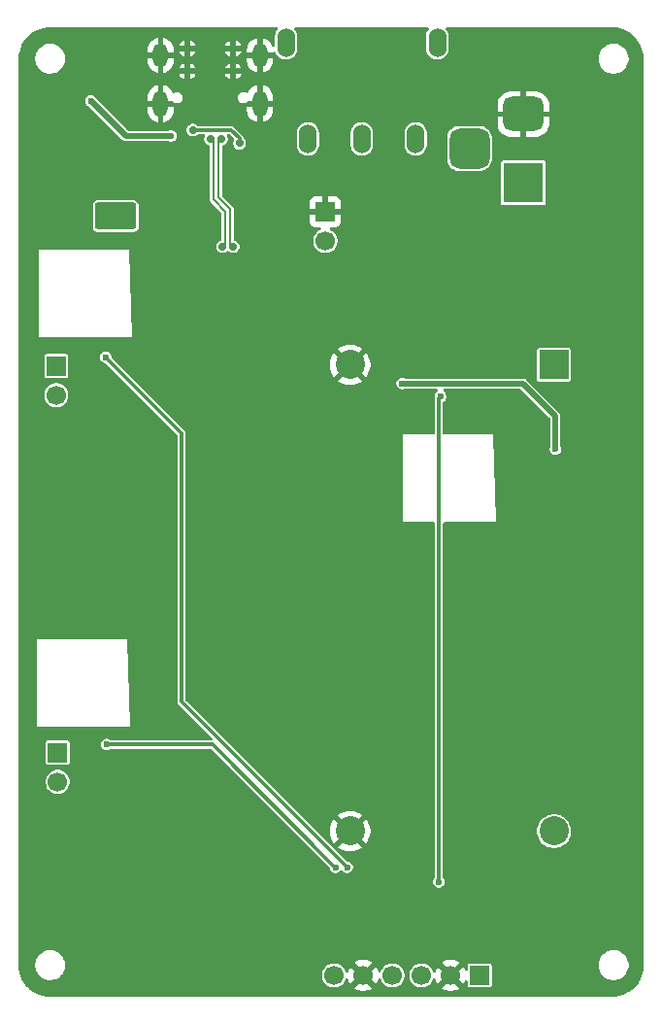
<source format=gbl>
%TF.GenerationSoftware,KiCad,Pcbnew,9.0.2*%
%TF.CreationDate,2025-05-24T18:08:54+02:00*%
%TF.ProjectId,CCFL2LED,4343464c-324c-4454-942e-6b696361645f,rev?*%
%TF.SameCoordinates,Original*%
%TF.FileFunction,Copper,L2,Bot*%
%TF.FilePolarity,Positive*%
%FSLAX46Y46*%
G04 Gerber Fmt 4.6, Leading zero omitted, Abs format (unit mm)*
G04 Created by KiCad (PCBNEW 9.0.2) date 2025-05-24 18:08:54*
%MOMM*%
%LPD*%
G01*
G04 APERTURE LIST*
G04 Aperture macros list*
%AMRoundRect*
0 Rectangle with rounded corners*
0 $1 Rounding radius*
0 $2 $3 $4 $5 $6 $7 $8 $9 X,Y pos of 4 corners*
0 Add a 4 corners polygon primitive as box body*
4,1,4,$2,$3,$4,$5,$6,$7,$8,$9,$2,$3,0*
0 Add four circle primitives for the rounded corners*
1,1,$1+$1,$2,$3*
1,1,$1+$1,$4,$5*
1,1,$1+$1,$6,$7*
1,1,$1+$1,$8,$9*
0 Add four rect primitives between the rounded corners*
20,1,$1+$1,$2,$3,$4,$5,0*
20,1,$1+$1,$4,$5,$6,$7,0*
20,1,$1+$1,$6,$7,$8,$9,0*
20,1,$1+$1,$8,$9,$2,$3,0*%
G04 Aperture macros list end*
%TA.AperFunction,ComponentPad*%
%ADD10C,0.500000*%
%TD*%
%TA.AperFunction,SMDPad,CuDef*%
%ADD11RoundRect,0.250000X1.550000X-0.920000X1.550000X0.920000X-1.550000X0.920000X-1.550000X-0.920000X0*%
%TD*%
%TA.AperFunction,WasherPad*%
%ADD12O,1.560000X2.540000*%
%TD*%
%TA.AperFunction,ComponentPad*%
%ADD13O,1.560000X2.540000*%
%TD*%
%TA.AperFunction,ComponentPad*%
%ADD14R,1.700000X1.700000*%
%TD*%
%TA.AperFunction,ComponentPad*%
%ADD15C,1.700000*%
%TD*%
%TA.AperFunction,ComponentPad*%
%ADD16R,2.540000X2.540000*%
%TD*%
%TA.AperFunction,ComponentPad*%
%ADD17C,2.540000*%
%TD*%
%TA.AperFunction,ComponentPad*%
%ADD18R,3.500000X3.500000*%
%TD*%
%TA.AperFunction,ComponentPad*%
%ADD19RoundRect,0.750000X-1.000000X0.750000X-1.000000X-0.750000X1.000000X-0.750000X1.000000X0.750000X0*%
%TD*%
%TA.AperFunction,ComponentPad*%
%ADD20RoundRect,0.875000X-0.875000X0.875000X-0.875000X-0.875000X0.875000X-0.875000X0.875000X0.875000X0*%
%TD*%
%TA.AperFunction,ComponentPad*%
%ADD21O,1.300000X2.300000*%
%TD*%
%TA.AperFunction,ComponentPad*%
%ADD22O,1.300000X2.100000*%
%TD*%
%TA.AperFunction,ViaPad*%
%ADD23C,0.600000*%
%TD*%
%TA.AperFunction,ViaPad*%
%ADD24C,0.700000*%
%TD*%
%TA.AperFunction,Conductor*%
%ADD25C,0.500000*%
%TD*%
%TA.AperFunction,Conductor*%
%ADD26C,0.300000*%
%TD*%
%TA.AperFunction,Conductor*%
%ADD27C,0.200000*%
%TD*%
G04 APERTURE END LIST*
D10*
%TO.P,U8,4,VOUT*%
%TO.N,/Vdd*%
X47639000Y-46736000D03*
X48639000Y-46736000D03*
D11*
X48639000Y-46736000D03*
D10*
X49639000Y-46736000D03*
%TD*%
D12*
%TO.P,SW1,*%
%TO.N,*%
X63504000Y-31605000D03*
X76704000Y-31605000D03*
D13*
%TO.P,SW1,1,A*%
%TO.N,/Vbus*%
X65404000Y-40005000D03*
%TO.P,SW1,2,B*%
%TO.N,+12V*%
X70104000Y-40005000D03*
%TO.P,SW1,3,C*%
%TO.N,/PS_DC*%
X74804000Y-40005000D03*
%TD*%
D14*
%TO.P,J4,1,Pin_1*%
%TO.N,+5V*%
X80391000Y-112900500D03*
D15*
%TO.P,J4,2,Pin_2*%
%TO.N,GND*%
X77851000Y-112900500D03*
%TO.P,J4,3,Pin_3*%
%TO.N,/EnablePin*%
X75311000Y-112900500D03*
%TO.P,J4,4,Pin_4*%
%TO.N,/DimPin*%
X72771000Y-112900500D03*
%TO.P,J4,5,Pin_5*%
%TO.N,GND*%
X70231000Y-112900500D03*
%TO.P,J4,6,Pin_6*%
%TO.N,+12V*%
X67691000Y-112900500D03*
%TD*%
D14*
%TO.P,+  -,1,Pin_1*%
%TO.N,/LED-_1*%
X43459000Y-59807000D03*
D15*
%TO.P,+  -,2,Pin_2*%
%TO.N,/LED+_1*%
X43459000Y-62347000D03*
%TD*%
D16*
%TO.P,U7,1,Vin*%
%TO.N,+12V*%
X86868000Y-59687500D03*
D17*
%TO.P,U7,2,GNDin*%
%TO.N,GND*%
X69088000Y-59687500D03*
%TO.P,U7,3,GNDout*%
X69088000Y-100327500D03*
%TO.P,U7,4,Vout*%
%TO.N,+5V*%
X86868000Y-100327500D03*
%TD*%
D18*
%TO.P,J3,1*%
%TO.N,/DC+*%
X84201000Y-43846000D03*
D19*
%TO.P,J3,2*%
%TO.N,GND*%
X84201000Y-37846000D03*
D20*
%TO.P,J3,3*%
%TO.N,N/C*%
X79501000Y-40846000D03*
%TD*%
D14*
%TO.P,J7,1,Pin_1*%
%TO.N,GND*%
X66929000Y-46355000D03*
D15*
%TO.P,J7,2,Pin_2*%
%TO.N,+12V*%
X66929000Y-48895000D03*
%TD*%
D14*
%TO.P,+  -,1,Pin_1*%
%TO.N,/LED-*%
X43586000Y-93492000D03*
D15*
%TO.P,+  -,2,Pin_2*%
%TO.N,/LED+*%
X43586000Y-96032000D03*
%TD*%
D21*
%TO.P,J2,S1,SHIELD*%
%TO.N,GND*%
X61224000Y-36931000D03*
D22*
X61224000Y-32731000D03*
D10*
X58894000Y-34111000D03*
X58894000Y-32111000D03*
X54894000Y-34111000D03*
X54894000Y-32111000D03*
D21*
X52564000Y-36931000D03*
D22*
X52564000Y-32731000D03*
%TD*%
D23*
%TO.N,GND*%
X48526000Y-60800500D03*
X50431000Y-64359000D03*
X50530000Y-98121500D03*
X50530000Y-91261000D03*
X48879000Y-94563000D03*
X50431000Y-57374000D03*
%TO.N,+5V*%
X73634600Y-61315600D03*
X86995000Y-67056000D03*
D24*
%TO.N,/CC2*%
X59436000Y-40386000D03*
X55372000Y-39243000D03*
%TO.N,/D-*%
X58895000Y-49403000D03*
X57869000Y-40019131D03*
%TO.N,/D+*%
X56919000Y-40019131D03*
X57945000Y-49403000D03*
D23*
%TO.N,/Base*%
X76984000Y-62440500D03*
X76835000Y-104754000D03*
%TO.N,/DIM*%
X67818000Y-103481500D03*
X47863000Y-92785000D03*
X47764000Y-59022500D03*
X68834000Y-103481500D03*
%TO.N,/Vbus*%
X53467000Y-39751000D03*
X46482000Y-36703000D03*
%TD*%
D25*
%TO.N,+5V*%
X73634600Y-61315600D02*
X73660000Y-61341000D01*
X73660000Y-61341000D02*
X84203500Y-61341000D01*
X86995000Y-64132500D02*
X86995000Y-67056000D01*
X84203500Y-61341000D02*
X86995000Y-64132500D01*
D26*
%TO.N,/CC2*%
X58728719Y-39243000D02*
X55372000Y-39243000D01*
X59436000Y-40386000D02*
X59436000Y-39950281D01*
X59436000Y-39950281D02*
X58728719Y-39243000D01*
D27*
%TO.N,/D-*%
X58645001Y-49153001D02*
X58895000Y-49403000D01*
X57619001Y-45108803D02*
X58645001Y-46134803D01*
X57869000Y-40019131D02*
X57619001Y-40269130D01*
X58645001Y-46134803D02*
X58645001Y-49153001D01*
X57619001Y-40269130D02*
X57619001Y-45108803D01*
%TO.N,/D+*%
X58194999Y-49153001D02*
X57945000Y-49403000D01*
X56919000Y-40019131D02*
X57168999Y-40269130D01*
X57168999Y-40269130D02*
X57168999Y-45295197D01*
X57168999Y-45295197D02*
X58194999Y-46321197D01*
X58194999Y-46321197D02*
X58194999Y-49153001D01*
D26*
%TO.N,/Base*%
X76835000Y-104754000D02*
X76835000Y-62589500D01*
X76835000Y-62589500D02*
X76984000Y-62440500D01*
%TO.N,/DIM*%
X67818000Y-103481500D02*
X67794500Y-103481500D01*
X54368000Y-65626500D02*
X54368000Y-89015500D01*
X54368000Y-89015500D02*
X68834000Y-103481500D01*
X54368000Y-65626500D02*
X47764000Y-59022500D01*
X57098000Y-92785000D02*
X47863000Y-92785000D01*
X67794500Y-103481500D02*
X57098000Y-92785000D01*
D25*
%TO.N,/Vbus*%
X53467000Y-39751000D02*
X49530000Y-39751000D01*
X49530000Y-39751000D02*
X46482000Y-36703000D01*
%TD*%
%TA.AperFunction,Conductor*%
%TO.N,GND*%
G36*
X62727540Y-30292185D02*
G01*
X62773295Y-30344989D01*
X62783239Y-30414147D01*
X62754214Y-30477703D01*
X62748182Y-30484181D01*
X62742398Y-30489964D01*
X62742395Y-30489968D01*
X62635095Y-30650552D01*
X62635088Y-30650565D01*
X62561181Y-30828994D01*
X62561178Y-30829006D01*
X62523500Y-31018424D01*
X62523500Y-31831821D01*
X62503815Y-31898860D01*
X62451011Y-31944615D01*
X62381853Y-31954559D01*
X62318297Y-31925534D01*
X62289015Y-31888116D01*
X62207565Y-31728265D01*
X62101176Y-31581830D01*
X61973169Y-31453823D01*
X61826734Y-31347434D01*
X61665447Y-31265252D01*
X61665441Y-31265250D01*
X61493295Y-31209318D01*
X61493285Y-31209315D01*
X61474000Y-31206260D01*
X61474000Y-32281272D01*
X61435940Y-32189386D01*
X61365614Y-32119060D01*
X61273728Y-32081000D01*
X61174272Y-32081000D01*
X61082386Y-32119060D01*
X61012060Y-32189386D01*
X60974000Y-32281272D01*
X60974000Y-31206260D01*
X60954714Y-31209315D01*
X60954704Y-31209318D01*
X60782558Y-31265250D01*
X60782552Y-31265252D01*
X60621265Y-31347434D01*
X60474830Y-31453823D01*
X60346823Y-31581830D01*
X60240434Y-31728265D01*
X60158252Y-31889552D01*
X60158251Y-31889555D01*
X60102317Y-32061706D01*
X60074000Y-32240493D01*
X60074000Y-32481000D01*
X60974000Y-32481000D01*
X60974000Y-32981000D01*
X60074000Y-32981000D01*
X60074000Y-33221506D01*
X60102317Y-33400293D01*
X60158251Y-33572444D01*
X60158252Y-33572447D01*
X60240434Y-33733734D01*
X60346823Y-33880169D01*
X60474830Y-34008176D01*
X60621265Y-34114565D01*
X60782552Y-34196747D01*
X60782555Y-34196748D01*
X60954699Y-34252680D01*
X60954712Y-34252683D01*
X60974000Y-34255738D01*
X60974000Y-33180728D01*
X61012060Y-33272614D01*
X61082386Y-33342940D01*
X61174272Y-33381000D01*
X61273728Y-33381000D01*
X61365614Y-33342940D01*
X61435940Y-33272614D01*
X61474000Y-33180728D01*
X61474000Y-34255737D01*
X61493287Y-34252683D01*
X61493300Y-34252680D01*
X61665444Y-34196748D01*
X61665447Y-34196747D01*
X61826734Y-34114565D01*
X61973169Y-34008176D01*
X62101176Y-33880169D01*
X62207565Y-33733734D01*
X62289747Y-33572447D01*
X62289748Y-33572444D01*
X62345682Y-33400293D01*
X62374000Y-33221506D01*
X62374000Y-32981000D01*
X61474000Y-32981000D01*
X61474000Y-32481000D01*
X62373998Y-32481000D01*
X62404419Y-32450579D01*
X62465742Y-32417094D01*
X62535434Y-32422078D01*
X62591368Y-32463949D01*
X62606662Y-32490806D01*
X62635092Y-32559441D01*
X62635095Y-32559447D01*
X62742395Y-32720031D01*
X62742398Y-32720035D01*
X62878964Y-32856601D01*
X62878968Y-32856604D01*
X63039552Y-32963904D01*
X63039565Y-32963911D01*
X63183193Y-33023403D01*
X63217999Y-33037820D01*
X63407424Y-33075499D01*
X63407427Y-33075500D01*
X63407429Y-33075500D01*
X63600573Y-33075500D01*
X63600574Y-33075499D01*
X63790001Y-33037820D01*
X63968441Y-32963908D01*
X64129032Y-32856604D01*
X64265604Y-32720032D01*
X64372908Y-32559441D01*
X64446820Y-32381001D01*
X64484500Y-32191571D01*
X64484500Y-31018429D01*
X64484500Y-31018426D01*
X64484499Y-31018424D01*
X64462898Y-30909829D01*
X64446820Y-30828999D01*
X64392248Y-30697250D01*
X64372911Y-30650565D01*
X64372904Y-30650552D01*
X64265604Y-30489968D01*
X64265601Y-30489964D01*
X64259818Y-30484181D01*
X64226333Y-30422858D01*
X64231317Y-30353166D01*
X64273189Y-30297233D01*
X64338653Y-30272816D01*
X64347499Y-30272500D01*
X75860501Y-30272500D01*
X75927540Y-30292185D01*
X75973295Y-30344989D01*
X75983239Y-30414147D01*
X75954214Y-30477703D01*
X75948182Y-30484181D01*
X75942398Y-30489964D01*
X75942395Y-30489968D01*
X75835095Y-30650552D01*
X75835088Y-30650565D01*
X75761181Y-30828994D01*
X75761178Y-30829006D01*
X75723500Y-31018424D01*
X75723500Y-32191575D01*
X75761178Y-32380993D01*
X75761181Y-32381005D01*
X75835088Y-32559434D01*
X75835095Y-32559447D01*
X75942395Y-32720031D01*
X75942398Y-32720035D01*
X76078964Y-32856601D01*
X76078968Y-32856604D01*
X76239552Y-32963904D01*
X76239565Y-32963911D01*
X76383193Y-33023403D01*
X76417999Y-33037820D01*
X76607424Y-33075499D01*
X76607427Y-33075500D01*
X76607429Y-33075500D01*
X76800573Y-33075500D01*
X76800574Y-33075499D01*
X76990001Y-33037820D01*
X77168441Y-32963908D01*
X77237674Y-32917648D01*
X90774500Y-32917648D01*
X90774500Y-33122351D01*
X90806522Y-33324534D01*
X90869781Y-33519223D01*
X90962715Y-33701613D01*
X91083028Y-33867213D01*
X91227786Y-34011971D01*
X91382749Y-34124556D01*
X91393390Y-34132287D01*
X91509607Y-34191503D01*
X91575776Y-34225218D01*
X91575778Y-34225218D01*
X91575781Y-34225220D01*
X91669703Y-34255737D01*
X91770465Y-34288477D01*
X91871557Y-34304488D01*
X91972648Y-34320500D01*
X91972649Y-34320500D01*
X92177351Y-34320500D01*
X92177352Y-34320500D01*
X92379534Y-34288477D01*
X92574219Y-34225220D01*
X92756610Y-34132287D01*
X92902859Y-34026032D01*
X92922213Y-34011971D01*
X92922215Y-34011968D01*
X92922219Y-34011966D01*
X93066966Y-33867219D01*
X93066968Y-33867215D01*
X93066971Y-33867213D01*
X93147963Y-33755735D01*
X93187287Y-33701610D01*
X93280220Y-33519219D01*
X93343477Y-33324534D01*
X93375500Y-33122352D01*
X93375500Y-32917648D01*
X93360841Y-32825095D01*
X93343477Y-32715465D01*
X93280218Y-32520776D01*
X93234316Y-32430689D01*
X93187287Y-32338390D01*
X93145789Y-32281272D01*
X93066971Y-32172786D01*
X92922213Y-32028028D01*
X92756613Y-31907715D01*
X92756612Y-31907714D01*
X92756610Y-31907713D01*
X92655748Y-31856321D01*
X92574223Y-31814781D01*
X92379534Y-31751522D01*
X92204995Y-31723878D01*
X92177352Y-31719500D01*
X91972648Y-31719500D01*
X91948329Y-31723351D01*
X91770465Y-31751522D01*
X91575776Y-31814781D01*
X91393386Y-31907715D01*
X91227786Y-32028028D01*
X91083028Y-32172786D01*
X90962715Y-32338386D01*
X90869781Y-32520776D01*
X90806522Y-32715465D01*
X90774500Y-32917648D01*
X77237674Y-32917648D01*
X77329032Y-32856604D01*
X77341123Y-32844513D01*
X77360542Y-32825095D01*
X77465601Y-32720035D01*
X77465604Y-32720032D01*
X77572908Y-32559441D01*
X77646820Y-32381001D01*
X77684500Y-32191571D01*
X77684500Y-31018429D01*
X77684500Y-31018426D01*
X77684499Y-31018424D01*
X77662898Y-30909829D01*
X77646820Y-30828999D01*
X77592248Y-30697250D01*
X77572911Y-30650565D01*
X77572904Y-30650552D01*
X77465604Y-30489968D01*
X77465601Y-30489964D01*
X77459818Y-30484181D01*
X77426333Y-30422858D01*
X77431317Y-30353166D01*
X77473189Y-30297233D01*
X77538653Y-30272816D01*
X77547499Y-30272500D01*
X92059211Y-30272500D01*
X92071127Y-30273073D01*
X92354609Y-30300445D01*
X92367957Y-30302474D01*
X92648622Y-30360971D01*
X92661697Y-30364450D01*
X92934311Y-30453193D01*
X92946917Y-30458072D01*
X93146082Y-30547955D01*
X93208223Y-30575999D01*
X93220239Y-30582232D01*
X93467133Y-30727940D01*
X93478399Y-30735447D01*
X93603436Y-30829006D01*
X93666978Y-30876552D01*
X93707934Y-30907197D01*
X93718314Y-30915887D01*
X93927755Y-31111631D01*
X93937126Y-31121400D01*
X94123989Y-31338818D01*
X94132239Y-31349551D01*
X94294283Y-31586035D01*
X94301314Y-31597603D01*
X94436614Y-31850343D01*
X94442342Y-31862608D01*
X94549288Y-32128595D01*
X94553645Y-32141413D01*
X94630958Y-32417474D01*
X94633889Y-32430679D01*
X94655177Y-32559441D01*
X94680649Y-32713520D01*
X94682124Y-32726976D01*
X94697960Y-33016634D01*
X94698145Y-33023403D01*
X94698145Y-112125227D01*
X94697571Y-112137140D01*
X94670183Y-112420892D01*
X94668149Y-112434276D01*
X94609604Y-112715217D01*
X94606123Y-112728299D01*
X94517304Y-113001178D01*
X94512418Y-113013803D01*
X94394375Y-113275383D01*
X94388141Y-113287400D01*
X94242296Y-113534541D01*
X94234790Y-113545807D01*
X94062863Y-113775589D01*
X94054173Y-113785969D01*
X93858231Y-113995630D01*
X93848462Y-114005001D01*
X93630830Y-114192055D01*
X93620097Y-114200306D01*
X93383362Y-114362527D01*
X93371795Y-114369557D01*
X93118798Y-114504999D01*
X93106538Y-114510725D01*
X92840267Y-114617786D01*
X92827450Y-114622142D01*
X92551119Y-114699533D01*
X92537903Y-114702467D01*
X92254772Y-114749275D01*
X92241316Y-114750751D01*
X92015844Y-114763077D01*
X91992894Y-114762202D01*
X91987563Y-114761500D01*
X91987562Y-114761500D01*
X91987560Y-114761500D01*
X42929481Y-114761500D01*
X42922528Y-114761305D01*
X42625330Y-114744614D01*
X42611512Y-114743057D01*
X42321491Y-114693780D01*
X42307934Y-114690686D01*
X42025246Y-114609245D01*
X42012122Y-114604652D01*
X41740339Y-114492077D01*
X41727810Y-114486044D01*
X41470331Y-114343740D01*
X41458565Y-114336347D01*
X41218632Y-114166105D01*
X41207775Y-114157447D01*
X41093275Y-114055124D01*
X40988414Y-113961414D01*
X40978583Y-113951583D01*
X40941985Y-113910630D01*
X40782547Y-113732218D01*
X40773896Y-113721369D01*
X40603649Y-113481429D01*
X40596259Y-113469668D01*
X40594535Y-113466548D01*
X40453951Y-113212182D01*
X40447922Y-113199660D01*
X40439359Y-113178988D01*
X40370938Y-113013803D01*
X40335347Y-112927877D01*
X40330754Y-112914753D01*
X40249313Y-112632065D01*
X40246219Y-112618508D01*
X40242070Y-112594087D01*
X40196941Y-112328479D01*
X40195386Y-112314678D01*
X40178695Y-112017472D01*
X40178500Y-112010519D01*
X40178500Y-111911648D01*
X41625500Y-111911648D01*
X41625500Y-112116351D01*
X41657522Y-112318534D01*
X41720781Y-112513223D01*
X41813715Y-112695613D01*
X41934028Y-112861213D01*
X42078786Y-113005971D01*
X42233749Y-113118556D01*
X42244390Y-113126287D01*
X42359328Y-113184851D01*
X42426776Y-113219218D01*
X42426778Y-113219218D01*
X42426781Y-113219220D01*
X42531137Y-113253127D01*
X42621465Y-113282477D01*
X42722557Y-113298488D01*
X42823648Y-113314500D01*
X42823649Y-113314500D01*
X43028351Y-113314500D01*
X43028352Y-113314500D01*
X43230534Y-113282477D01*
X43425219Y-113219220D01*
X43607610Y-113126287D01*
X43700590Y-113058732D01*
X43773213Y-113005971D01*
X43773215Y-113005968D01*
X43773219Y-113005966D01*
X43917966Y-112861219D01*
X43964602Y-112797030D01*
X66640500Y-112797030D01*
X66640500Y-113003969D01*
X66680868Y-113206912D01*
X66680870Y-113206920D01*
X66746939Y-113366425D01*
X66760059Y-113398098D01*
X66773836Y-113418717D01*
X66875024Y-113570157D01*
X67021342Y-113716475D01*
X67021345Y-113716477D01*
X67193402Y-113831441D01*
X67384580Y-113910630D01*
X67529052Y-113939367D01*
X67587530Y-113950999D01*
X67587534Y-113951000D01*
X67587535Y-113951000D01*
X67794466Y-113951000D01*
X67794467Y-113950999D01*
X67997420Y-113910630D01*
X68188598Y-113831441D01*
X68360655Y-113716477D01*
X68506977Y-113570155D01*
X68621941Y-113398098D01*
X68690165Y-113233389D01*
X68734004Y-113178988D01*
X68800298Y-113156923D01*
X68867998Y-113174202D01*
X68915609Y-113225339D01*
X68922656Y-113242526D01*
X68979904Y-113418716D01*
X69076375Y-113608050D01*
X69115728Y-113662216D01*
X69748037Y-113029908D01*
X69765075Y-113093493D01*
X69830901Y-113207507D01*
X69923993Y-113300599D01*
X70038007Y-113366425D01*
X70101590Y-113383462D01*
X69469282Y-114015769D01*
X69469282Y-114015770D01*
X69523449Y-114055124D01*
X69712782Y-114151595D01*
X69914870Y-114217257D01*
X70124754Y-114250500D01*
X70337246Y-114250500D01*
X70547127Y-114217257D01*
X70547130Y-114217257D01*
X70749217Y-114151595D01*
X70938554Y-114055122D01*
X70992716Y-114015770D01*
X70992717Y-114015770D01*
X70360408Y-113383462D01*
X70423993Y-113366425D01*
X70538007Y-113300599D01*
X70631099Y-113207507D01*
X70696925Y-113093493D01*
X70713962Y-113029908D01*
X71346270Y-113662217D01*
X71346270Y-113662216D01*
X71385622Y-113608054D01*
X71482095Y-113418717D01*
X71539343Y-113242526D01*
X71578780Y-113184851D01*
X71643139Y-113157652D01*
X71711985Y-113169566D01*
X71763461Y-113216810D01*
X71771833Y-113233387D01*
X71791787Y-113281559D01*
X71826939Y-113366425D01*
X71840059Y-113398098D01*
X71853836Y-113418717D01*
X71955024Y-113570157D01*
X72101342Y-113716475D01*
X72101345Y-113716477D01*
X72273402Y-113831441D01*
X72464580Y-113910630D01*
X72609052Y-113939367D01*
X72667530Y-113950999D01*
X72667534Y-113951000D01*
X72667535Y-113951000D01*
X72874466Y-113951000D01*
X72874467Y-113950999D01*
X73077420Y-113910630D01*
X73268598Y-113831441D01*
X73440655Y-113716477D01*
X73586977Y-113570155D01*
X73701941Y-113398098D01*
X73781130Y-113206920D01*
X73821500Y-113003965D01*
X73821500Y-112797035D01*
X73821499Y-112797030D01*
X74260500Y-112797030D01*
X74260500Y-113003969D01*
X74300868Y-113206912D01*
X74300870Y-113206920D01*
X74366939Y-113366425D01*
X74380059Y-113398098D01*
X74393836Y-113418717D01*
X74495024Y-113570157D01*
X74641342Y-113716475D01*
X74641345Y-113716477D01*
X74813402Y-113831441D01*
X75004580Y-113910630D01*
X75149052Y-113939367D01*
X75207530Y-113950999D01*
X75207534Y-113951000D01*
X75207535Y-113951000D01*
X75414466Y-113951000D01*
X75414467Y-113950999D01*
X75617420Y-113910630D01*
X75808598Y-113831441D01*
X75980655Y-113716477D01*
X76126977Y-113570155D01*
X76241941Y-113398098D01*
X76310165Y-113233389D01*
X76354004Y-113178988D01*
X76420298Y-113156923D01*
X76487998Y-113174202D01*
X76535609Y-113225339D01*
X76542656Y-113242526D01*
X76599904Y-113418716D01*
X76696375Y-113608050D01*
X76735728Y-113662216D01*
X77368037Y-113029908D01*
X77385075Y-113093493D01*
X77450901Y-113207507D01*
X77543993Y-113300599D01*
X77658007Y-113366425D01*
X77721590Y-113383462D01*
X77089282Y-114015769D01*
X77089282Y-114015770D01*
X77143449Y-114055124D01*
X77332782Y-114151595D01*
X77534870Y-114217257D01*
X77744754Y-114250500D01*
X77957246Y-114250500D01*
X78167127Y-114217257D01*
X78167130Y-114217257D01*
X78369217Y-114151595D01*
X78558554Y-114055122D01*
X78612716Y-114015770D01*
X78612717Y-114015770D01*
X77980408Y-113383462D01*
X78043993Y-113366425D01*
X78158007Y-113300599D01*
X78251099Y-113207507D01*
X78316925Y-113093493D01*
X78333962Y-113029908D01*
X78966270Y-113662217D01*
X78966270Y-113662216D01*
X79005622Y-113608054D01*
X79104306Y-113414379D01*
X79105321Y-113414896D01*
X79145779Y-113364692D01*
X79212073Y-113342627D01*
X79279772Y-113359906D01*
X79327383Y-113411042D01*
X79340500Y-113466548D01*
X79340500Y-113770252D01*
X79352131Y-113828729D01*
X79352132Y-113828730D01*
X79396447Y-113895052D01*
X79462769Y-113939367D01*
X79462770Y-113939368D01*
X79521247Y-113950999D01*
X79521250Y-113951000D01*
X79521252Y-113951000D01*
X81260750Y-113951000D01*
X81260751Y-113950999D01*
X81275568Y-113948052D01*
X81319229Y-113939368D01*
X81319229Y-113939367D01*
X81319231Y-113939367D01*
X81385552Y-113895052D01*
X81429867Y-113828731D01*
X81429867Y-113828729D01*
X81429868Y-113828729D01*
X81438552Y-113785068D01*
X81441500Y-113770248D01*
X81441500Y-112030752D01*
X81441500Y-112030749D01*
X81441499Y-112030747D01*
X81429868Y-111972270D01*
X81389361Y-111911648D01*
X90774500Y-111911648D01*
X90774500Y-112116351D01*
X90806522Y-112318534D01*
X90869781Y-112513223D01*
X90962715Y-112695613D01*
X91083028Y-112861213D01*
X91227786Y-113005971D01*
X91382749Y-113118556D01*
X91393390Y-113126287D01*
X91508328Y-113184851D01*
X91575776Y-113219218D01*
X91575778Y-113219218D01*
X91575781Y-113219220D01*
X91680137Y-113253127D01*
X91770465Y-113282477D01*
X91871557Y-113298488D01*
X91972648Y-113314500D01*
X91972649Y-113314500D01*
X92177351Y-113314500D01*
X92177352Y-113314500D01*
X92379534Y-113282477D01*
X92574219Y-113219220D01*
X92756610Y-113126287D01*
X92849590Y-113058732D01*
X92922213Y-113005971D01*
X92922215Y-113005968D01*
X92922219Y-113005966D01*
X93066966Y-112861219D01*
X93066968Y-112861215D01*
X93066971Y-112861213D01*
X93168220Y-112721853D01*
X93187287Y-112695610D01*
X93280220Y-112513219D01*
X93343477Y-112318534D01*
X93375500Y-112116352D01*
X93375500Y-111911648D01*
X93343477Y-111709466D01*
X93280220Y-111514781D01*
X93280218Y-111514778D01*
X93280218Y-111514776D01*
X93246503Y-111448607D01*
X93187287Y-111332390D01*
X93179556Y-111321749D01*
X93066971Y-111166786D01*
X92922213Y-111022028D01*
X92756613Y-110901715D01*
X92756612Y-110901714D01*
X92756610Y-110901713D01*
X92699653Y-110872691D01*
X92574223Y-110808781D01*
X92379534Y-110745522D01*
X92204995Y-110717878D01*
X92177352Y-110713500D01*
X91972648Y-110713500D01*
X91948329Y-110717351D01*
X91770465Y-110745522D01*
X91575776Y-110808781D01*
X91393386Y-110901715D01*
X91227786Y-111022028D01*
X91083028Y-111166786D01*
X90962715Y-111332386D01*
X90869781Y-111514776D01*
X90806522Y-111709465D01*
X90774500Y-111911648D01*
X81389361Y-111911648D01*
X81385551Y-111905946D01*
X81319230Y-111861632D01*
X81319229Y-111861631D01*
X81260752Y-111850000D01*
X81260748Y-111850000D01*
X79521252Y-111850000D01*
X79521247Y-111850000D01*
X79462770Y-111861631D01*
X79462769Y-111861632D01*
X79396447Y-111905947D01*
X79352132Y-111972269D01*
X79352131Y-111972270D01*
X79340500Y-112030747D01*
X79340500Y-112334451D01*
X79320815Y-112401490D01*
X79268011Y-112447245D01*
X79198853Y-112457189D01*
X79135297Y-112428164D01*
X79105061Y-112386236D01*
X79104306Y-112386621D01*
X79005624Y-112192949D01*
X78966270Y-112138782D01*
X78966269Y-112138782D01*
X78333962Y-112771090D01*
X78316925Y-112707507D01*
X78251099Y-112593493D01*
X78158007Y-112500401D01*
X78043993Y-112434575D01*
X77980409Y-112417537D01*
X78612716Y-111785228D01*
X78558550Y-111745875D01*
X78369217Y-111649404D01*
X78167129Y-111583742D01*
X77957246Y-111550500D01*
X77744754Y-111550500D01*
X77534872Y-111583742D01*
X77534869Y-111583742D01*
X77332782Y-111649404D01*
X77143439Y-111745880D01*
X77089282Y-111785227D01*
X77089282Y-111785228D01*
X77721591Y-112417537D01*
X77658007Y-112434575D01*
X77543993Y-112500401D01*
X77450901Y-112593493D01*
X77385075Y-112707507D01*
X77368037Y-112771091D01*
X76735728Y-112138782D01*
X76735727Y-112138782D01*
X76696380Y-112192939D01*
X76599905Y-112382281D01*
X76542656Y-112558474D01*
X76503218Y-112616149D01*
X76438859Y-112643347D01*
X76370013Y-112631432D01*
X76318537Y-112584188D01*
X76310164Y-112567607D01*
X76241943Y-112402905D01*
X76126975Y-112230842D01*
X75980657Y-112084524D01*
X75812655Y-111972270D01*
X75808598Y-111969559D01*
X75617420Y-111890370D01*
X75617412Y-111890368D01*
X75414469Y-111850000D01*
X75414465Y-111850000D01*
X75207535Y-111850000D01*
X75207530Y-111850000D01*
X75004587Y-111890368D01*
X75004579Y-111890370D01*
X74813403Y-111969558D01*
X74641342Y-112084524D01*
X74495024Y-112230842D01*
X74380058Y-112402903D01*
X74300870Y-112594079D01*
X74300868Y-112594087D01*
X74260500Y-112797030D01*
X73821499Y-112797030D01*
X73781130Y-112594080D01*
X73701941Y-112402902D01*
X73586977Y-112230845D01*
X73586975Y-112230842D01*
X73440657Y-112084524D01*
X73272655Y-111972270D01*
X73268598Y-111969559D01*
X73077420Y-111890370D01*
X73077412Y-111890368D01*
X72874469Y-111850000D01*
X72874465Y-111850000D01*
X72667535Y-111850000D01*
X72667530Y-111850000D01*
X72464587Y-111890368D01*
X72464579Y-111890370D01*
X72273403Y-111969558D01*
X72101342Y-112084524D01*
X71955024Y-112230842D01*
X71840057Y-112402903D01*
X71771835Y-112567608D01*
X71727994Y-112622011D01*
X71661700Y-112644076D01*
X71594000Y-112626797D01*
X71546390Y-112575659D01*
X71539343Y-112558473D01*
X71482095Y-112382282D01*
X71385624Y-112192949D01*
X71346270Y-112138782D01*
X71346269Y-112138782D01*
X70713962Y-112771090D01*
X70696925Y-112707507D01*
X70631099Y-112593493D01*
X70538007Y-112500401D01*
X70423993Y-112434575D01*
X70360409Y-112417537D01*
X70992716Y-111785228D01*
X70938550Y-111745875D01*
X70749217Y-111649404D01*
X70547129Y-111583742D01*
X70337246Y-111550500D01*
X70124754Y-111550500D01*
X69914872Y-111583742D01*
X69914869Y-111583742D01*
X69712782Y-111649404D01*
X69523439Y-111745880D01*
X69469282Y-111785227D01*
X69469282Y-111785228D01*
X70101591Y-112417537D01*
X70038007Y-112434575D01*
X69923993Y-112500401D01*
X69830901Y-112593493D01*
X69765075Y-112707507D01*
X69748037Y-112771091D01*
X69115728Y-112138782D01*
X69115727Y-112138782D01*
X69076380Y-112192939D01*
X68979905Y-112382281D01*
X68922656Y-112558474D01*
X68883218Y-112616149D01*
X68818859Y-112643347D01*
X68750013Y-112631432D01*
X68698537Y-112584188D01*
X68690164Y-112567607D01*
X68621943Y-112402905D01*
X68506975Y-112230842D01*
X68360657Y-112084524D01*
X68192655Y-111972270D01*
X68188598Y-111969559D01*
X67997420Y-111890370D01*
X67997412Y-111890368D01*
X67794469Y-111850000D01*
X67794465Y-111850000D01*
X67587535Y-111850000D01*
X67587530Y-111850000D01*
X67384587Y-111890368D01*
X67384579Y-111890370D01*
X67193403Y-111969558D01*
X67021342Y-112084524D01*
X66875024Y-112230842D01*
X66760058Y-112402903D01*
X66680870Y-112594079D01*
X66680868Y-112594087D01*
X66640500Y-112797030D01*
X43964602Y-112797030D01*
X44038287Y-112695610D01*
X44131220Y-112513219D01*
X44194477Y-112318534D01*
X44226500Y-112116352D01*
X44226500Y-111911648D01*
X44194477Y-111709466D01*
X44131220Y-111514781D01*
X44131218Y-111514778D01*
X44131218Y-111514776D01*
X44097503Y-111448607D01*
X44038287Y-111332390D01*
X44030556Y-111321749D01*
X43917971Y-111166786D01*
X43773213Y-111022028D01*
X43607613Y-110901715D01*
X43607612Y-110901714D01*
X43607610Y-110901713D01*
X43550653Y-110872691D01*
X43425223Y-110808781D01*
X43230534Y-110745522D01*
X43055995Y-110717878D01*
X43028352Y-110713500D01*
X42823648Y-110713500D01*
X42799329Y-110717351D01*
X42621465Y-110745522D01*
X42426776Y-110808781D01*
X42244386Y-110901715D01*
X42078786Y-111022028D01*
X41934028Y-111166786D01*
X41813715Y-111332386D01*
X41720781Y-111514776D01*
X41657522Y-111709465D01*
X41625500Y-111911648D01*
X40178500Y-111911648D01*
X40178500Y-95928530D01*
X42535500Y-95928530D01*
X42535500Y-96135469D01*
X42575868Y-96338412D01*
X42575870Y-96338420D01*
X42655058Y-96529596D01*
X42770024Y-96701657D01*
X42916342Y-96847975D01*
X42916345Y-96847977D01*
X43088402Y-96962941D01*
X43279580Y-97042130D01*
X43482530Y-97082499D01*
X43482534Y-97082500D01*
X43482535Y-97082500D01*
X43689466Y-97082500D01*
X43689467Y-97082499D01*
X43892420Y-97042130D01*
X44083598Y-96962941D01*
X44255655Y-96847977D01*
X44401977Y-96701655D01*
X44516941Y-96529598D01*
X44596130Y-96338420D01*
X44636500Y-96135465D01*
X44636500Y-95928535D01*
X44596130Y-95725580D01*
X44516941Y-95534402D01*
X44401977Y-95362345D01*
X44401975Y-95362342D01*
X44255657Y-95216024D01*
X44169626Y-95158541D01*
X44083598Y-95101059D01*
X43892420Y-95021870D01*
X43892412Y-95021868D01*
X43689469Y-94981500D01*
X43689465Y-94981500D01*
X43482535Y-94981500D01*
X43482530Y-94981500D01*
X43279587Y-95021868D01*
X43279579Y-95021870D01*
X43088403Y-95101058D01*
X42916342Y-95216024D01*
X42770024Y-95362342D01*
X42655058Y-95534403D01*
X42575870Y-95725579D01*
X42575868Y-95725587D01*
X42535500Y-95928530D01*
X40178500Y-95928530D01*
X40178500Y-92622247D01*
X42535500Y-92622247D01*
X42535500Y-94361752D01*
X42547131Y-94420229D01*
X42547132Y-94420230D01*
X42591447Y-94486552D01*
X42657769Y-94530867D01*
X42657770Y-94530868D01*
X42716247Y-94542499D01*
X42716250Y-94542500D01*
X42716252Y-94542500D01*
X44455750Y-94542500D01*
X44455751Y-94542499D01*
X44470568Y-94539552D01*
X44514229Y-94530868D01*
X44514229Y-94530867D01*
X44514231Y-94530867D01*
X44580552Y-94486552D01*
X44624867Y-94420231D01*
X44624867Y-94420229D01*
X44624868Y-94420229D01*
X44636499Y-94361752D01*
X44636500Y-94361750D01*
X44636500Y-92622249D01*
X44636499Y-92622247D01*
X44624868Y-92563770D01*
X44624867Y-92563769D01*
X44580552Y-92497447D01*
X44514230Y-92453132D01*
X44514229Y-92453131D01*
X44455752Y-92441500D01*
X44455748Y-92441500D01*
X42716252Y-92441500D01*
X42716247Y-92441500D01*
X42657770Y-92453131D01*
X42657769Y-92453132D01*
X42591447Y-92497447D01*
X42547132Y-92563769D01*
X42547131Y-92563770D01*
X42535500Y-92622247D01*
X40178500Y-92622247D01*
X40178500Y-91261000D01*
X41767000Y-91261000D01*
X49895000Y-91261000D01*
X49895000Y-91260999D01*
X49641000Y-83641000D01*
X41767000Y-83641000D01*
X41767000Y-91261000D01*
X40178500Y-91261000D01*
X40178500Y-62243530D01*
X42408500Y-62243530D01*
X42408500Y-62450469D01*
X42448868Y-62653412D01*
X42448870Y-62653420D01*
X42528058Y-62844596D01*
X42643024Y-63016657D01*
X42789342Y-63162975D01*
X42789345Y-63162977D01*
X42961402Y-63277941D01*
X43152580Y-63357130D01*
X43355530Y-63397499D01*
X43355534Y-63397500D01*
X43355535Y-63397500D01*
X43562466Y-63397500D01*
X43562467Y-63397499D01*
X43765420Y-63357130D01*
X43956598Y-63277941D01*
X44128655Y-63162977D01*
X44274977Y-63016655D01*
X44389941Y-62844598D01*
X44469130Y-62653420D01*
X44509500Y-62450465D01*
X44509500Y-62243535D01*
X44469130Y-62040580D01*
X44389941Y-61849402D01*
X44274977Y-61677345D01*
X44274975Y-61677342D01*
X44128657Y-61531024D01*
X44018616Y-61457498D01*
X43956598Y-61416059D01*
X43873146Y-61381492D01*
X43765420Y-61336870D01*
X43765412Y-61336868D01*
X43562469Y-61296500D01*
X43562465Y-61296500D01*
X43355535Y-61296500D01*
X43355530Y-61296500D01*
X43152587Y-61336868D01*
X43152579Y-61336870D01*
X42961403Y-61416058D01*
X42789342Y-61531024D01*
X42643024Y-61677342D01*
X42528058Y-61849403D01*
X42448870Y-62040579D01*
X42448868Y-62040587D01*
X42408500Y-62243530D01*
X40178500Y-62243530D01*
X40178500Y-58937247D01*
X42408500Y-58937247D01*
X42408500Y-60676752D01*
X42420131Y-60735229D01*
X42420132Y-60735230D01*
X42464447Y-60801552D01*
X42530769Y-60845867D01*
X42530770Y-60845868D01*
X42589247Y-60857499D01*
X42589250Y-60857500D01*
X42589252Y-60857500D01*
X44328750Y-60857500D01*
X44328751Y-60857499D01*
X44343568Y-60854552D01*
X44387229Y-60845868D01*
X44387229Y-60845867D01*
X44387231Y-60845867D01*
X44453552Y-60801552D01*
X44497867Y-60735231D01*
X44497867Y-60735229D01*
X44497868Y-60735229D01*
X44509499Y-60676752D01*
X44509500Y-60676750D01*
X44509500Y-58956608D01*
X47263500Y-58956608D01*
X47263500Y-59088392D01*
X47280554Y-59152039D01*
X47297608Y-59215687D01*
X47301008Y-59221575D01*
X47363500Y-59329814D01*
X47456686Y-59423000D01*
X47570814Y-59488892D01*
X47698108Y-59523000D01*
X47717456Y-59523000D01*
X47784495Y-59542685D01*
X47805137Y-59559319D01*
X53981181Y-65735362D01*
X54014666Y-65796685D01*
X54017500Y-65823043D01*
X54017500Y-89061643D01*
X54041386Y-89150787D01*
X54041387Y-89150790D01*
X54087527Y-89230708D01*
X54087531Y-89230713D01*
X57079637Y-92222819D01*
X57113122Y-92284142D01*
X57108138Y-92353834D01*
X57066266Y-92409767D01*
X57000802Y-92434184D01*
X56991956Y-92434500D01*
X48271676Y-92434500D01*
X48204637Y-92414815D01*
X48183995Y-92398181D01*
X48170316Y-92384502D01*
X48170314Y-92384500D01*
X48113250Y-92351554D01*
X48056187Y-92318608D01*
X47992539Y-92301554D01*
X47928892Y-92284500D01*
X47797108Y-92284500D01*
X47669812Y-92318608D01*
X47555686Y-92384500D01*
X47555683Y-92384502D01*
X47462502Y-92477683D01*
X47462500Y-92477686D01*
X47396608Y-92591812D01*
X47362500Y-92719108D01*
X47362500Y-92850891D01*
X47396608Y-92978187D01*
X47429554Y-93035250D01*
X47462500Y-93092314D01*
X47555686Y-93185500D01*
X47669814Y-93251392D01*
X47797108Y-93285500D01*
X47797110Y-93285500D01*
X47928890Y-93285500D01*
X47928892Y-93285500D01*
X48056186Y-93251392D01*
X48170314Y-93185500D01*
X48183995Y-93171819D01*
X48245318Y-93138334D01*
X48271676Y-93135500D01*
X56901456Y-93135500D01*
X56968495Y-93155185D01*
X56989137Y-93171819D01*
X67281181Y-103463862D01*
X67314666Y-103525185D01*
X67316190Y-103539364D01*
X67316439Y-103539332D01*
X67317500Y-103547391D01*
X67351608Y-103674687D01*
X67381915Y-103727179D01*
X67417500Y-103788814D01*
X67510686Y-103882000D01*
X67624814Y-103947892D01*
X67752108Y-103982000D01*
X67752110Y-103982000D01*
X67883890Y-103982000D01*
X67883892Y-103982000D01*
X68011186Y-103947892D01*
X68125314Y-103882000D01*
X68218500Y-103788814D01*
X68218613Y-103788617D01*
X68218749Y-103788487D01*
X68223448Y-103782365D01*
X68224402Y-103783097D01*
X68269178Y-103740403D01*
X68337785Y-103727179D01*
X68402650Y-103753146D01*
X68428201Y-103782633D01*
X68428552Y-103782365D01*
X68433064Y-103788246D01*
X68433386Y-103788616D01*
X68433500Y-103788814D01*
X68526686Y-103882000D01*
X68640814Y-103947892D01*
X68768108Y-103982000D01*
X68768110Y-103982000D01*
X68899890Y-103982000D01*
X68899892Y-103982000D01*
X69027186Y-103947892D01*
X69141314Y-103882000D01*
X69234500Y-103788814D01*
X69300392Y-103674686D01*
X69334500Y-103547392D01*
X69334500Y-103415608D01*
X69300392Y-103288314D01*
X69234500Y-103174186D01*
X69141314Y-103081000D01*
X69084250Y-103048054D01*
X69027187Y-103015108D01*
X68963539Y-102998054D01*
X68899892Y-102981000D01*
X68899891Y-102981000D01*
X68880543Y-102981000D01*
X68813504Y-102961315D01*
X68792862Y-102944681D01*
X66059675Y-100211494D01*
X67318000Y-100211494D01*
X67318000Y-100443505D01*
X67318001Y-100443522D01*
X67348283Y-100673540D01*
X67348286Y-100673553D01*
X67408336Y-100897667D01*
X67497124Y-101112021D01*
X67497132Y-101112038D01*
X67613136Y-101312961D01*
X67613142Y-101312969D01*
X67672117Y-101389827D01*
X68605037Y-100456908D01*
X68622075Y-100520493D01*
X68687901Y-100634507D01*
X68780993Y-100727599D01*
X68895007Y-100793425D01*
X68958591Y-100810462D01*
X68025671Y-101743381D01*
X68102530Y-101802357D01*
X68102538Y-101802363D01*
X68303461Y-101918367D01*
X68303478Y-101918375D01*
X68517832Y-102007163D01*
X68741946Y-102067213D01*
X68741959Y-102067216D01*
X68971977Y-102097498D01*
X68971995Y-102097500D01*
X69204005Y-102097500D01*
X69204022Y-102097498D01*
X69434040Y-102067216D01*
X69434053Y-102067213D01*
X69658167Y-102007163D01*
X69872521Y-101918375D01*
X69872538Y-101918367D01*
X70073475Y-101802355D01*
X70150327Y-101743383D01*
X70150327Y-101743380D01*
X69217408Y-100810462D01*
X69280993Y-100793425D01*
X69395007Y-100727599D01*
X69488099Y-100634507D01*
X69553925Y-100520493D01*
X69570962Y-100456908D01*
X70503880Y-101389827D01*
X70503883Y-101389827D01*
X70562855Y-101312975D01*
X70678867Y-101112038D01*
X70678875Y-101112021D01*
X70767663Y-100897667D01*
X70827713Y-100673553D01*
X70827716Y-100673540D01*
X70857998Y-100443522D01*
X70858000Y-100443505D01*
X70858000Y-100211494D01*
X70857998Y-100211477D01*
X70827716Y-99981459D01*
X70827713Y-99981446D01*
X70767663Y-99757332D01*
X70678875Y-99542978D01*
X70678867Y-99542961D01*
X70562863Y-99342038D01*
X70562857Y-99342030D01*
X70503881Y-99265171D01*
X69570962Y-100198090D01*
X69553925Y-100134507D01*
X69488099Y-100020493D01*
X69395007Y-99927401D01*
X69280993Y-99861575D01*
X69217409Y-99844537D01*
X70150327Y-98911617D01*
X70073469Y-98852642D01*
X70073461Y-98852636D01*
X69872538Y-98736632D01*
X69872521Y-98736624D01*
X69658167Y-98647836D01*
X69434053Y-98587786D01*
X69434040Y-98587783D01*
X69204022Y-98557501D01*
X69204005Y-98557500D01*
X68971995Y-98557500D01*
X68971977Y-98557501D01*
X68741959Y-98587783D01*
X68741946Y-98587786D01*
X68517832Y-98647836D01*
X68303478Y-98736624D01*
X68303461Y-98736632D01*
X68102541Y-98852634D01*
X68102533Y-98852640D01*
X68025671Y-98911616D01*
X68025671Y-98911617D01*
X68958591Y-99844537D01*
X68895007Y-99861575D01*
X68780993Y-99927401D01*
X68687901Y-100020493D01*
X68622075Y-100134507D01*
X68605037Y-100198090D01*
X67672117Y-99265171D01*
X67672116Y-99265171D01*
X67613140Y-99342033D01*
X67613134Y-99342041D01*
X67497132Y-99542961D01*
X67497124Y-99542978D01*
X67408336Y-99757332D01*
X67348286Y-99981446D01*
X67348283Y-99981459D01*
X67318001Y-100211477D01*
X67318000Y-100211494D01*
X66059675Y-100211494D01*
X64895432Y-99047251D01*
X61573768Y-95725587D01*
X54754819Y-88906637D01*
X54721334Y-88845314D01*
X54718500Y-88818956D01*
X54718500Y-65580358D01*
X54718500Y-65580356D01*
X54694614Y-65491212D01*
X54694611Y-65491206D01*
X54648473Y-65411294D01*
X54648470Y-65411291D01*
X54648469Y-65411288D01*
X54583212Y-65346031D01*
X52515122Y-63277941D01*
X50380292Y-61143110D01*
X48808676Y-59571494D01*
X67318000Y-59571494D01*
X67318000Y-59803505D01*
X67318001Y-59803522D01*
X67348283Y-60033540D01*
X67348286Y-60033553D01*
X67408336Y-60257667D01*
X67497124Y-60472021D01*
X67497132Y-60472038D01*
X67613136Y-60672961D01*
X67613142Y-60672969D01*
X67672117Y-60749827D01*
X68605037Y-59816908D01*
X68622075Y-59880493D01*
X68687901Y-59994507D01*
X68780993Y-60087599D01*
X68895007Y-60153425D01*
X68958591Y-60170462D01*
X68025671Y-61103381D01*
X68102530Y-61162357D01*
X68102538Y-61162363D01*
X68303461Y-61278367D01*
X68303478Y-61278375D01*
X68517832Y-61367163D01*
X68741946Y-61427213D01*
X68741959Y-61427216D01*
X68971977Y-61457498D01*
X68971995Y-61457500D01*
X69204005Y-61457500D01*
X69204022Y-61457498D01*
X69434040Y-61427216D01*
X69434053Y-61427213D01*
X69658167Y-61367163D01*
X69872521Y-61278375D01*
X69872538Y-61278367D01*
X69922176Y-61249708D01*
X73134100Y-61249708D01*
X73134100Y-61381491D01*
X73168208Y-61508787D01*
X73181047Y-61531024D01*
X73234100Y-61622914D01*
X73327286Y-61716100D01*
X73441414Y-61781992D01*
X73568708Y-61816100D01*
X73568710Y-61816100D01*
X73700490Y-61816100D01*
X73700492Y-61816100D01*
X73776533Y-61795725D01*
X73808626Y-61791500D01*
X76644326Y-61791500D01*
X76711365Y-61811185D01*
X76757120Y-61863989D01*
X76767064Y-61933147D01*
X76738039Y-61996703D01*
X76706327Y-62022887D01*
X76676686Y-62040000D01*
X76676683Y-62040002D01*
X76583502Y-62133183D01*
X76583500Y-62133186D01*
X76517608Y-62247312D01*
X76483500Y-62374608D01*
X76483500Y-62506391D01*
X76484302Y-62512483D01*
X76484303Y-62535229D01*
X76484500Y-62535229D01*
X76484500Y-65659500D01*
X76464815Y-65726539D01*
X76412011Y-65772294D01*
X76360500Y-65783500D01*
X73660000Y-65783500D01*
X73660000Y-73403500D01*
X76360500Y-73403500D01*
X76427539Y-73423185D01*
X76473294Y-73475989D01*
X76484500Y-73527500D01*
X76484500Y-104345324D01*
X76464815Y-104412363D01*
X76448181Y-104433005D01*
X76434502Y-104446683D01*
X76434500Y-104446686D01*
X76368608Y-104560812D01*
X76334500Y-104688108D01*
X76334500Y-104819891D01*
X76368608Y-104947187D01*
X76401554Y-105004250D01*
X76434500Y-105061314D01*
X76527686Y-105154500D01*
X76641814Y-105220392D01*
X76769108Y-105254500D01*
X76769110Y-105254500D01*
X76900890Y-105254500D01*
X76900892Y-105254500D01*
X77028186Y-105220392D01*
X77142314Y-105154500D01*
X77235500Y-105061314D01*
X77301392Y-104947186D01*
X77335500Y-104819892D01*
X77335500Y-104688108D01*
X77301392Y-104560814D01*
X77235500Y-104446686D01*
X77221819Y-104433005D01*
X77188334Y-104371682D01*
X77185500Y-104345324D01*
X77185500Y-100211769D01*
X85397500Y-100211769D01*
X85397500Y-100443231D01*
X85397546Y-100443522D01*
X85433709Y-100671844D01*
X85505232Y-100891973D01*
X85505233Y-100891976D01*
X85610318Y-101098213D01*
X85746359Y-101285459D01*
X85746363Y-101285464D01*
X85910035Y-101449136D01*
X85910040Y-101449140D01*
X86073366Y-101567802D01*
X86097290Y-101585184D01*
X86232106Y-101653876D01*
X86303523Y-101690266D01*
X86303526Y-101690267D01*
X86413590Y-101726028D01*
X86523657Y-101761791D01*
X86752269Y-101798000D01*
X86752270Y-101798000D01*
X86983730Y-101798000D01*
X86983731Y-101798000D01*
X87212343Y-101761791D01*
X87432476Y-101690266D01*
X87638710Y-101585184D01*
X87825966Y-101449135D01*
X87989635Y-101285466D01*
X88125684Y-101098210D01*
X88230766Y-100891976D01*
X88302291Y-100671843D01*
X88338500Y-100443231D01*
X88338500Y-100211769D01*
X88302291Y-99983157D01*
X88262787Y-99861575D01*
X88230767Y-99763026D01*
X88230766Y-99763023D01*
X88194376Y-99691606D01*
X88125684Y-99556790D01*
X88108302Y-99532866D01*
X87989640Y-99369540D01*
X87989636Y-99369535D01*
X87825964Y-99205863D01*
X87825959Y-99205859D01*
X87638713Y-99069818D01*
X87638712Y-99069817D01*
X87638710Y-99069816D01*
X87572638Y-99036150D01*
X87432476Y-98964733D01*
X87432473Y-98964732D01*
X87212344Y-98893209D01*
X87098037Y-98875104D01*
X86983731Y-98857000D01*
X86752269Y-98857000D01*
X86676065Y-98869069D01*
X86523655Y-98893209D01*
X86303526Y-98964732D01*
X86303523Y-98964733D01*
X86097286Y-99069818D01*
X85910040Y-99205859D01*
X85910035Y-99205863D01*
X85746363Y-99369535D01*
X85746359Y-99369540D01*
X85610318Y-99556786D01*
X85505233Y-99763023D01*
X85505232Y-99763026D01*
X85433709Y-99983155D01*
X85433709Y-99983157D01*
X85397500Y-100211769D01*
X77185500Y-100211769D01*
X77185500Y-73527500D01*
X77205185Y-73460461D01*
X77257989Y-73414706D01*
X77309500Y-73403500D01*
X81788000Y-73403500D01*
X81788000Y-73403499D01*
X81534000Y-65783500D01*
X77309500Y-65783500D01*
X77242461Y-65763815D01*
X77196706Y-65711011D01*
X77185500Y-65659500D01*
X77185500Y-62973682D01*
X77205185Y-62906643D01*
X77247500Y-62866295D01*
X77291314Y-62841000D01*
X77384500Y-62747814D01*
X77450392Y-62633686D01*
X77484500Y-62506392D01*
X77484500Y-62374608D01*
X77450392Y-62247314D01*
X77384500Y-62133186D01*
X77291314Y-62040000D01*
X77261672Y-62022886D01*
X77213458Y-61972319D01*
X77200236Y-61903712D01*
X77226204Y-61838848D01*
X77283118Y-61798320D01*
X77323674Y-61791500D01*
X83965535Y-61791500D01*
X84032574Y-61811185D01*
X84053216Y-61827819D01*
X86508181Y-64282784D01*
X86541666Y-64344107D01*
X86544500Y-64370465D01*
X86544500Y-66802062D01*
X86530383Y-66854751D01*
X86531719Y-66855304D01*
X86528608Y-66862814D01*
X86494500Y-66990108D01*
X86494500Y-67121891D01*
X86528608Y-67249187D01*
X86561554Y-67306250D01*
X86594500Y-67363314D01*
X86687686Y-67456500D01*
X86801814Y-67522392D01*
X86929108Y-67556500D01*
X86929110Y-67556500D01*
X87060890Y-67556500D01*
X87060892Y-67556500D01*
X87188186Y-67522392D01*
X87302314Y-67456500D01*
X87395500Y-67363314D01*
X87461392Y-67249186D01*
X87495500Y-67121892D01*
X87495500Y-66990108D01*
X87461392Y-66862814D01*
X87461388Y-66862807D01*
X87458281Y-66855304D01*
X87459616Y-66854751D01*
X87445500Y-66802062D01*
X87445500Y-64073193D01*
X87445500Y-64073191D01*
X87414799Y-63958614D01*
X87414799Y-63958613D01*
X87355489Y-63855886D01*
X84480114Y-60980511D01*
X84428750Y-60950856D01*
X84377388Y-60921201D01*
X84365280Y-60917957D01*
X84353173Y-60914713D01*
X84353170Y-60914712D01*
X84314978Y-60904478D01*
X84262809Y-60890500D01*
X84262808Y-60890500D01*
X73932531Y-60890500D01*
X73870531Y-60873887D01*
X73827788Y-60849209D01*
X73827787Y-60849208D01*
X73827786Y-60849208D01*
X73700492Y-60815100D01*
X73568708Y-60815100D01*
X73441412Y-60849208D01*
X73327286Y-60915100D01*
X73327283Y-60915102D01*
X73234102Y-61008283D01*
X73234100Y-61008286D01*
X73168208Y-61122412D01*
X73134100Y-61249708D01*
X69922176Y-61249708D01*
X70073475Y-61162355D01*
X70098425Y-61143210D01*
X70098430Y-61143206D01*
X70150327Y-61103382D01*
X70150327Y-61103380D01*
X69217408Y-60170462D01*
X69280993Y-60153425D01*
X69395007Y-60087599D01*
X69488099Y-59994507D01*
X69553925Y-59880493D01*
X69570962Y-59816908D01*
X70503880Y-60749827D01*
X70503883Y-60749827D01*
X70562855Y-60672975D01*
X70678867Y-60472038D01*
X70678875Y-60472021D01*
X70767663Y-60257667D01*
X70827713Y-60033553D01*
X70827716Y-60033540D01*
X70857998Y-59803522D01*
X70858000Y-59803505D01*
X70858000Y-59571494D01*
X70857998Y-59571477D01*
X70827716Y-59341459D01*
X70827713Y-59341446D01*
X70767663Y-59117332D01*
X70678875Y-58902978D01*
X70678867Y-58902961D01*
X70562863Y-58702038D01*
X70562857Y-58702030D01*
X70503881Y-58625171D01*
X69570962Y-59558090D01*
X69553925Y-59494507D01*
X69488099Y-59380493D01*
X69395007Y-59287401D01*
X69280993Y-59221575D01*
X69217409Y-59204537D01*
X70024198Y-58397747D01*
X85397500Y-58397747D01*
X85397500Y-60977252D01*
X85409131Y-61035729D01*
X85409132Y-61035730D01*
X85453447Y-61102052D01*
X85519769Y-61146367D01*
X85519770Y-61146368D01*
X85578247Y-61157999D01*
X85578250Y-61158000D01*
X85578252Y-61158000D01*
X88157750Y-61158000D01*
X88157751Y-61157999D01*
X88172568Y-61155052D01*
X88216229Y-61146368D01*
X88216229Y-61146367D01*
X88216231Y-61146367D01*
X88282552Y-61102052D01*
X88326867Y-61035731D01*
X88326867Y-61035729D01*
X88326868Y-61035729D01*
X88335552Y-60992068D01*
X88338500Y-60977248D01*
X88338500Y-58397752D01*
X88338500Y-58397749D01*
X88338499Y-58397747D01*
X88326868Y-58339270D01*
X88326867Y-58339269D01*
X88282552Y-58272947D01*
X88216230Y-58228632D01*
X88216229Y-58228631D01*
X88157752Y-58217000D01*
X88157748Y-58217000D01*
X85578252Y-58217000D01*
X85578247Y-58217000D01*
X85519770Y-58228631D01*
X85519769Y-58228632D01*
X85453447Y-58272947D01*
X85409132Y-58339269D01*
X85409131Y-58339270D01*
X85397500Y-58397747D01*
X70024198Y-58397747D01*
X70117966Y-58303979D01*
X70150327Y-58271617D01*
X70073469Y-58212642D01*
X70073461Y-58212636D01*
X69872538Y-58096632D01*
X69872521Y-58096624D01*
X69658167Y-58007836D01*
X69434053Y-57947786D01*
X69434040Y-57947783D01*
X69204022Y-57917501D01*
X69204005Y-57917500D01*
X68971995Y-57917500D01*
X68971977Y-57917501D01*
X68741959Y-57947783D01*
X68741946Y-57947786D01*
X68517832Y-58007836D01*
X68303478Y-58096624D01*
X68303461Y-58096632D01*
X68102541Y-58212634D01*
X68102533Y-58212640D01*
X68025671Y-58271616D01*
X68025671Y-58271617D01*
X68958591Y-59204537D01*
X68895007Y-59221575D01*
X68780993Y-59287401D01*
X68687901Y-59380493D01*
X68622075Y-59494507D01*
X68605037Y-59558090D01*
X67672117Y-58625171D01*
X67672116Y-58625171D01*
X67613140Y-58702033D01*
X67613134Y-58702041D01*
X67497132Y-58902961D01*
X67497124Y-58902978D01*
X67408336Y-59117332D01*
X67348286Y-59341446D01*
X67348283Y-59341459D01*
X67318001Y-59571477D01*
X67318000Y-59571494D01*
X48808676Y-59571494D01*
X48300819Y-59063637D01*
X48267334Y-59002314D01*
X48264500Y-58975956D01*
X48264500Y-58956610D01*
X48264500Y-58956608D01*
X48230392Y-58829314D01*
X48164500Y-58715186D01*
X48071314Y-58622000D01*
X48014250Y-58589054D01*
X47957187Y-58556108D01*
X47893539Y-58539054D01*
X47829892Y-58522000D01*
X47698108Y-58522000D01*
X47570812Y-58556108D01*
X47456686Y-58622000D01*
X47456683Y-58622002D01*
X47363502Y-58715183D01*
X47363500Y-58715186D01*
X47297608Y-58829312D01*
X47277870Y-58902978D01*
X47263500Y-58956608D01*
X44509500Y-58956608D01*
X44509500Y-58937249D01*
X44509499Y-58937247D01*
X44497868Y-58878770D01*
X44497867Y-58878769D01*
X44453552Y-58812447D01*
X44387230Y-58768132D01*
X44387229Y-58768131D01*
X44328752Y-58756500D01*
X44328748Y-58756500D01*
X42589252Y-58756500D01*
X42589247Y-58756500D01*
X42530770Y-58768131D01*
X42530769Y-58768132D01*
X42464447Y-58812447D01*
X42420132Y-58878769D01*
X42420131Y-58878770D01*
X42408500Y-58937247D01*
X40178500Y-58937247D01*
X40178500Y-57247000D01*
X41922000Y-57247000D01*
X50050000Y-57247000D01*
X50050000Y-57246999D01*
X49796000Y-49627000D01*
X41922000Y-49627000D01*
X41922000Y-57247000D01*
X40178500Y-57247000D01*
X40178500Y-45761730D01*
X46638500Y-45761730D01*
X46638500Y-47710269D01*
X46641353Y-47740699D01*
X46641353Y-47740701D01*
X46686206Y-47868880D01*
X46686207Y-47868882D01*
X46766850Y-47978150D01*
X46876118Y-48058793D01*
X46918845Y-48073744D01*
X47004299Y-48103646D01*
X47034730Y-48106500D01*
X47034734Y-48106500D01*
X50243270Y-48106500D01*
X50273699Y-48103646D01*
X50273701Y-48103646D01*
X50344068Y-48079023D01*
X50401882Y-48058793D01*
X50511150Y-47978150D01*
X50591793Y-47868882D01*
X50627889Y-47765726D01*
X50636646Y-47740701D01*
X50636646Y-47740699D01*
X50639500Y-47710269D01*
X50639500Y-45761730D01*
X50636646Y-45731300D01*
X50636646Y-45731298D01*
X50591793Y-45603119D01*
X50591792Y-45603117D01*
X50511150Y-45493850D01*
X50401882Y-45413207D01*
X50401880Y-45413206D01*
X50273700Y-45368353D01*
X50243270Y-45365500D01*
X50243266Y-45365500D01*
X47034734Y-45365500D01*
X47034730Y-45365500D01*
X47004300Y-45368353D01*
X47004298Y-45368353D01*
X46876119Y-45413206D01*
X46876117Y-45413207D01*
X46766850Y-45493850D01*
X46686207Y-45603117D01*
X46686206Y-45603119D01*
X46641353Y-45731298D01*
X46641353Y-45731300D01*
X46638500Y-45761730D01*
X40178500Y-45761730D01*
X40178500Y-36637108D01*
X45981500Y-36637108D01*
X45981500Y-36768891D01*
X46015608Y-36896187D01*
X46048554Y-36953250D01*
X46081500Y-37010314D01*
X46174686Y-37103500D01*
X46288814Y-37169392D01*
X46288816Y-37169392D01*
X46296326Y-37172504D01*
X46295771Y-37173841D01*
X46343010Y-37201113D01*
X49253386Y-40111489D01*
X49356113Y-40170799D01*
X49366242Y-40173513D01*
X49366248Y-40173516D01*
X49366249Y-40173515D01*
X49388320Y-40179428D01*
X49470691Y-40201500D01*
X53213063Y-40201500D01*
X53265750Y-40215618D01*
X53266304Y-40214281D01*
X53273807Y-40217388D01*
X53273814Y-40217392D01*
X53401108Y-40251500D01*
X53401110Y-40251500D01*
X53532890Y-40251500D01*
X53532892Y-40251500D01*
X53660186Y-40217392D01*
X53774314Y-40151500D01*
X53867500Y-40058314D01*
X53933392Y-39944186D01*
X53967500Y-39816892D01*
X53967500Y-39685108D01*
X53933392Y-39557814D01*
X53867500Y-39443686D01*
X53774314Y-39350500D01*
X53687712Y-39300500D01*
X53660187Y-39284608D01*
X53656351Y-39283580D01*
X53532892Y-39250500D01*
X53401108Y-39250500D01*
X53273814Y-39284608D01*
X53266304Y-39287719D01*
X53265750Y-39286381D01*
X53213063Y-39300500D01*
X49767965Y-39300500D01*
X49700926Y-39280815D01*
X49680284Y-39264181D01*
X49586628Y-39170525D01*
X54821500Y-39170525D01*
X54821500Y-39315475D01*
X54858409Y-39453218D01*
X54859017Y-39455488D01*
X54931488Y-39581011D01*
X54931490Y-39581013D01*
X54931491Y-39581015D01*
X55033985Y-39683509D01*
X55033986Y-39683510D01*
X55033988Y-39683511D01*
X55159511Y-39755982D01*
X55159512Y-39755982D01*
X55159515Y-39755984D01*
X55299525Y-39793500D01*
X55299528Y-39793500D01*
X55444472Y-39793500D01*
X55444475Y-39793500D01*
X55584485Y-39755984D01*
X55710015Y-39683509D01*
X55763705Y-39629819D01*
X55825028Y-39596334D01*
X55851386Y-39593500D01*
X56314301Y-39593500D01*
X56381340Y-39613185D01*
X56427095Y-39665989D01*
X56437039Y-39735147D01*
X56421688Y-39779500D01*
X56406017Y-39806642D01*
X56406016Y-39806646D01*
X56368500Y-39946656D01*
X56368500Y-40091606D01*
X56402205Y-40217392D01*
X56406017Y-40231619D01*
X56478488Y-40357142D01*
X56478490Y-40357144D01*
X56478491Y-40357146D01*
X56580985Y-40459640D01*
X56580986Y-40459641D01*
X56580988Y-40459642D01*
X56706511Y-40532113D01*
X56706513Y-40532114D01*
X56706515Y-40532115D01*
X56776593Y-40550892D01*
X56836252Y-40587255D01*
X56866782Y-40650102D01*
X56868499Y-40670666D01*
X56868499Y-45334759D01*
X56888978Y-45411186D01*
X56890144Y-45413206D01*
X56890146Y-45413208D01*
X56890150Y-45413215D01*
X56928538Y-45479706D01*
X56928540Y-45479709D01*
X57858180Y-46409349D01*
X57891665Y-46470672D01*
X57894499Y-46497030D01*
X57894499Y-48751464D01*
X57874814Y-48818503D01*
X57822010Y-48864258D01*
X57802599Y-48871236D01*
X57740469Y-48887884D01*
X57732511Y-48890017D01*
X57606988Y-48962488D01*
X57606982Y-48962493D01*
X57504493Y-49064982D01*
X57504488Y-49064988D01*
X57432017Y-49190511D01*
X57432016Y-49190515D01*
X57394500Y-49330525D01*
X57394500Y-49475475D01*
X57418396Y-49564655D01*
X57432017Y-49615488D01*
X57504488Y-49741011D01*
X57504490Y-49741013D01*
X57504491Y-49741015D01*
X57606985Y-49843509D01*
X57606986Y-49843510D01*
X57606988Y-49843511D01*
X57732511Y-49915982D01*
X57732512Y-49915982D01*
X57732515Y-49915984D01*
X57872525Y-49953500D01*
X57872528Y-49953500D01*
X58017472Y-49953500D01*
X58017475Y-49953500D01*
X58157485Y-49915984D01*
X58283015Y-49843509D01*
X58332319Y-49794205D01*
X58393642Y-49760720D01*
X58463334Y-49765704D01*
X58507681Y-49794205D01*
X58556985Y-49843509D01*
X58556986Y-49843510D01*
X58556988Y-49843511D01*
X58682511Y-49915982D01*
X58682512Y-49915982D01*
X58682515Y-49915984D01*
X58822525Y-49953500D01*
X58822528Y-49953500D01*
X58967472Y-49953500D01*
X58967475Y-49953500D01*
X59107485Y-49915984D01*
X59233015Y-49843509D01*
X59335509Y-49741015D01*
X59407984Y-49615485D01*
X59445500Y-49475475D01*
X59445500Y-49330525D01*
X59407984Y-49190515D01*
X59335509Y-49064985D01*
X59233015Y-48962491D01*
X59233013Y-48962490D01*
X59233011Y-48962488D01*
X59107488Y-48890017D01*
X59107489Y-48890017D01*
X59099530Y-48887884D01*
X59037405Y-48871237D01*
X58977747Y-48834874D01*
X58947218Y-48772027D01*
X58945501Y-48751464D01*
X58945501Y-46095242D01*
X58945501Y-46095241D01*
X58925022Y-46018814D01*
X58888122Y-45954901D01*
X58885465Y-45950298D01*
X58885459Y-45950290D01*
X58392324Y-45457155D01*
X65579000Y-45457155D01*
X65579000Y-46105000D01*
X66495988Y-46105000D01*
X66463075Y-46162007D01*
X66429000Y-46289174D01*
X66429000Y-46420826D01*
X66463075Y-46547993D01*
X66495988Y-46605000D01*
X65579000Y-46605000D01*
X65579000Y-47252844D01*
X65585401Y-47312372D01*
X65585403Y-47312379D01*
X65635645Y-47447086D01*
X65635649Y-47447093D01*
X65721809Y-47562187D01*
X65721812Y-47562190D01*
X65836906Y-47648350D01*
X65836913Y-47648354D01*
X65971620Y-47698596D01*
X65971627Y-47698598D01*
X66031155Y-47704999D01*
X66031172Y-47705000D01*
X66433435Y-47705000D01*
X66500474Y-47724685D01*
X66546229Y-47777489D01*
X66556173Y-47846647D01*
X66527148Y-47910203D01*
X66480888Y-47943561D01*
X66431403Y-47964058D01*
X66259342Y-48079024D01*
X66113024Y-48225342D01*
X65998058Y-48397403D01*
X65918870Y-48588579D01*
X65918868Y-48588587D01*
X65878500Y-48791530D01*
X65878500Y-48998469D01*
X65918868Y-49201412D01*
X65918870Y-49201420D01*
X65998058Y-49392596D01*
X66113024Y-49564657D01*
X66259342Y-49710975D01*
X66259345Y-49710977D01*
X66431402Y-49825941D01*
X66622580Y-49905130D01*
X66825530Y-49945499D01*
X66825534Y-49945500D01*
X66825535Y-49945500D01*
X67032466Y-49945500D01*
X67032467Y-49945499D01*
X67235420Y-49905130D01*
X67426598Y-49825941D01*
X67598655Y-49710977D01*
X67744977Y-49564655D01*
X67859941Y-49392598D01*
X67939130Y-49201420D01*
X67979500Y-48998465D01*
X67979500Y-48791535D01*
X67939130Y-48588580D01*
X67859941Y-48397402D01*
X67744977Y-48225345D01*
X67744975Y-48225342D01*
X67598657Y-48079024D01*
X67512626Y-48021541D01*
X67426598Y-47964059D01*
X67377112Y-47943561D01*
X67322709Y-47899720D01*
X67300644Y-47833426D01*
X67317923Y-47765726D01*
X67369061Y-47718116D01*
X67424565Y-47705000D01*
X67826828Y-47705000D01*
X67826844Y-47704999D01*
X67886372Y-47698598D01*
X67886379Y-47698596D01*
X68021086Y-47648354D01*
X68021093Y-47648350D01*
X68136187Y-47562190D01*
X68136190Y-47562187D01*
X68222350Y-47447093D01*
X68222354Y-47447086D01*
X68272596Y-47312379D01*
X68272598Y-47312372D01*
X68278999Y-47252844D01*
X68279000Y-47252827D01*
X68279000Y-46605000D01*
X67362012Y-46605000D01*
X67394925Y-46547993D01*
X67429000Y-46420826D01*
X67429000Y-46289174D01*
X67394925Y-46162007D01*
X67362012Y-46105000D01*
X68279000Y-46105000D01*
X68279000Y-45457172D01*
X68278999Y-45457155D01*
X68272598Y-45397627D01*
X68272596Y-45397620D01*
X68222354Y-45262913D01*
X68222350Y-45262906D01*
X68136190Y-45147812D01*
X68136187Y-45147809D01*
X68021093Y-45061649D01*
X68021086Y-45061645D01*
X67886379Y-45011403D01*
X67886372Y-45011401D01*
X67826844Y-45005000D01*
X67179000Y-45005000D01*
X67179000Y-45921988D01*
X67121993Y-45889075D01*
X66994826Y-45855000D01*
X66863174Y-45855000D01*
X66736007Y-45889075D01*
X66679000Y-45921988D01*
X66679000Y-45005000D01*
X66031155Y-45005000D01*
X65971627Y-45011401D01*
X65971620Y-45011403D01*
X65836913Y-45061645D01*
X65836906Y-45061649D01*
X65721812Y-45147809D01*
X65721809Y-45147812D01*
X65635649Y-45262906D01*
X65635645Y-45262913D01*
X65585403Y-45397620D01*
X65585401Y-45397627D01*
X65579000Y-45457155D01*
X58392324Y-45457155D01*
X57955820Y-45020651D01*
X57922335Y-44959328D01*
X57919501Y-44932970D01*
X57919501Y-40670666D01*
X57939186Y-40603627D01*
X57991990Y-40557872D01*
X58011397Y-40550895D01*
X58081485Y-40532115D01*
X58207015Y-40459640D01*
X58309509Y-40357146D01*
X58381984Y-40231616D01*
X58419500Y-40091606D01*
X58419500Y-39946656D01*
X58381984Y-39806646D01*
X58381982Y-39806642D01*
X58366312Y-39779500D01*
X58364880Y-39773598D01*
X58360905Y-39769011D01*
X58356740Y-39740044D01*
X58349839Y-39711599D01*
X58351824Y-39705861D01*
X58350961Y-39699853D01*
X58363119Y-39673229D01*
X58372692Y-39645573D01*
X58377463Y-39641820D01*
X58379986Y-39636297D01*
X58404608Y-39620473D01*
X58427613Y-39602382D01*
X58434963Y-39600965D01*
X58438764Y-39598523D01*
X58473699Y-39593500D01*
X58532175Y-39593500D01*
X58599214Y-39613185D01*
X58619856Y-39629819D01*
X58943777Y-39953740D01*
X58977262Y-40015063D01*
X58972278Y-40084755D01*
X58963484Y-40103420D01*
X58923017Y-40173512D01*
X58923016Y-40173514D01*
X58923016Y-40173515D01*
X58885500Y-40313525D01*
X58885500Y-40458475D01*
X58923016Y-40598485D01*
X58923017Y-40598488D01*
X58995488Y-40724011D01*
X58995490Y-40724013D01*
X58995491Y-40724015D01*
X59097985Y-40826509D01*
X59097986Y-40826510D01*
X59097988Y-40826511D01*
X59223511Y-40898982D01*
X59223512Y-40898982D01*
X59223515Y-40898984D01*
X59363525Y-40936500D01*
X59363528Y-40936500D01*
X59508472Y-40936500D01*
X59508475Y-40936500D01*
X59648485Y-40898984D01*
X59774015Y-40826509D01*
X59876509Y-40724015D01*
X59948984Y-40598485D01*
X59986500Y-40458475D01*
X59986500Y-40313525D01*
X59948984Y-40173515D01*
X59947415Y-40170798D01*
X59876511Y-40047988D01*
X59876506Y-40047982D01*
X59822819Y-39994295D01*
X59789334Y-39932972D01*
X59786500Y-39906614D01*
X59786500Y-39904139D01*
X59786500Y-39904137D01*
X59762614Y-39814993D01*
X59757795Y-39806646D01*
X59716473Y-39735075D01*
X59716470Y-39735072D01*
X59716469Y-39735069D01*
X59651212Y-39669812D01*
X59399824Y-39418424D01*
X64423500Y-39418424D01*
X64423500Y-40591575D01*
X64461178Y-40780993D01*
X64461181Y-40781005D01*
X64535088Y-40959434D01*
X64535095Y-40959447D01*
X64642395Y-41120031D01*
X64642398Y-41120035D01*
X64778964Y-41256601D01*
X64778968Y-41256604D01*
X64939552Y-41363904D01*
X64939565Y-41363911D01*
X65117994Y-41437818D01*
X65117999Y-41437820D01*
X65307424Y-41475499D01*
X65307427Y-41475500D01*
X65307429Y-41475500D01*
X65500573Y-41475500D01*
X65500574Y-41475499D01*
X65690001Y-41437820D01*
X65868441Y-41363908D01*
X66029032Y-41256604D01*
X66165604Y-41120032D01*
X66272908Y-40959441D01*
X66346820Y-40781001D01*
X66384500Y-40591571D01*
X66384500Y-39418429D01*
X66384500Y-39418426D01*
X66384499Y-39418424D01*
X69123500Y-39418424D01*
X69123500Y-40591575D01*
X69161178Y-40780993D01*
X69161181Y-40781005D01*
X69235088Y-40959434D01*
X69235095Y-40959447D01*
X69342395Y-41120031D01*
X69342398Y-41120035D01*
X69478964Y-41256601D01*
X69478968Y-41256604D01*
X69639552Y-41363904D01*
X69639565Y-41363911D01*
X69817994Y-41437818D01*
X69817999Y-41437820D01*
X70007424Y-41475499D01*
X70007427Y-41475500D01*
X70007429Y-41475500D01*
X70200573Y-41475500D01*
X70200574Y-41475499D01*
X70390001Y-41437820D01*
X70568441Y-41363908D01*
X70729032Y-41256604D01*
X70865604Y-41120032D01*
X70972908Y-40959441D01*
X71046820Y-40781001D01*
X71084500Y-40591571D01*
X71084500Y-39418429D01*
X71084500Y-39418426D01*
X71084499Y-39418424D01*
X73823500Y-39418424D01*
X73823500Y-40591575D01*
X73861178Y-40780993D01*
X73861181Y-40781005D01*
X73935088Y-40959434D01*
X73935095Y-40959447D01*
X74042395Y-41120031D01*
X74042398Y-41120035D01*
X74178964Y-41256601D01*
X74178968Y-41256604D01*
X74339552Y-41363904D01*
X74339565Y-41363911D01*
X74517994Y-41437818D01*
X74517999Y-41437820D01*
X74707424Y-41475499D01*
X74707427Y-41475500D01*
X74707429Y-41475500D01*
X74900573Y-41475500D01*
X74900574Y-41475499D01*
X75090001Y-41437820D01*
X75268441Y-41363908D01*
X75429032Y-41256604D01*
X75565604Y-41120032D01*
X75672908Y-40959441D01*
X75746820Y-40781001D01*
X75784500Y-40591571D01*
X75784500Y-39888882D01*
X77550500Y-39888882D01*
X77550500Y-41803118D01*
X77553249Y-41849263D01*
X77553249Y-41849267D01*
X77553250Y-41849268D01*
X77596907Y-42049961D01*
X77596909Y-42049968D01*
X77677760Y-42238771D01*
X77677763Y-42238777D01*
X77677766Y-42238781D01*
X77792882Y-42408868D01*
X77792890Y-42408877D01*
X77938122Y-42554109D01*
X77938131Y-42554117D01*
X78040849Y-42623637D01*
X78108223Y-42669237D01*
X78108228Y-42669239D01*
X78297031Y-42750090D01*
X78297038Y-42750092D01*
X78363935Y-42764644D01*
X78497737Y-42793751D01*
X78543882Y-42796500D01*
X78543893Y-42796500D01*
X80458107Y-42796500D01*
X80458118Y-42796500D01*
X80504263Y-42793751D01*
X80679954Y-42755531D01*
X80704961Y-42750092D01*
X80704968Y-42750090D01*
X80767902Y-42723139D01*
X80893777Y-42669237D01*
X81063875Y-42554112D01*
X81209112Y-42408875D01*
X81324237Y-42238777D01*
X81393836Y-42076249D01*
X81393837Y-42076247D01*
X82250500Y-42076247D01*
X82250500Y-45615752D01*
X82262131Y-45674229D01*
X82262132Y-45674230D01*
X82306447Y-45740552D01*
X82372769Y-45784867D01*
X82372770Y-45784868D01*
X82431247Y-45796499D01*
X82431250Y-45796500D01*
X82431252Y-45796500D01*
X85970750Y-45796500D01*
X85970751Y-45796499D01*
X85985568Y-45793552D01*
X86029229Y-45784868D01*
X86029229Y-45784867D01*
X86029231Y-45784867D01*
X86095552Y-45740552D01*
X86139867Y-45674231D01*
X86139867Y-45674229D01*
X86139868Y-45674229D01*
X86151499Y-45615752D01*
X86151500Y-45615750D01*
X86151500Y-42076249D01*
X86151499Y-42076247D01*
X86139868Y-42017770D01*
X86139867Y-42017769D01*
X86095552Y-41951447D01*
X86029230Y-41907132D01*
X86029229Y-41907131D01*
X85970752Y-41895500D01*
X85970748Y-41895500D01*
X82431252Y-41895500D01*
X82431247Y-41895500D01*
X82372770Y-41907131D01*
X82372769Y-41907132D01*
X82306447Y-41951447D01*
X82262132Y-42017769D01*
X82262131Y-42017770D01*
X82250500Y-42076247D01*
X81393837Y-42076247D01*
X81405090Y-42049968D01*
X81405090Y-42049967D01*
X81405091Y-42049965D01*
X81448751Y-41849263D01*
X81451500Y-41803118D01*
X81451500Y-39888882D01*
X81448751Y-39842737D01*
X81414996Y-39687568D01*
X81405092Y-39642038D01*
X81405090Y-39642031D01*
X81324239Y-39453228D01*
X81324237Y-39453223D01*
X81254714Y-39350502D01*
X81209117Y-39283131D01*
X81209109Y-39283122D01*
X81063877Y-39137890D01*
X81063868Y-39137882D01*
X80925800Y-39044436D01*
X80893777Y-39022763D01*
X80893773Y-39022761D01*
X80893771Y-39022760D01*
X80704968Y-38941909D01*
X80704961Y-38941907D01*
X80504268Y-38898250D01*
X80504267Y-38898249D01*
X80504263Y-38898249D01*
X80458118Y-38895500D01*
X78543882Y-38895500D01*
X78497737Y-38898249D01*
X78497732Y-38898249D01*
X78497731Y-38898250D01*
X78297038Y-38941907D01*
X78297031Y-38941909D01*
X78108228Y-39022760D01*
X78108218Y-39022766D01*
X77938131Y-39137882D01*
X77938122Y-39137890D01*
X77792890Y-39283122D01*
X77792882Y-39283131D01*
X77677766Y-39453218D01*
X77677760Y-39453228D01*
X77596909Y-39642031D01*
X77596907Y-39642038D01*
X77553250Y-39842731D01*
X77553249Y-39842737D01*
X77550500Y-39888882D01*
X75784500Y-39888882D01*
X75784500Y-39418429D01*
X75784500Y-39418426D01*
X75784499Y-39418424D01*
X75764021Y-39315475D01*
X75746820Y-39228999D01*
X75722600Y-39170527D01*
X75672911Y-39050565D01*
X75672904Y-39050552D01*
X75565604Y-38889968D01*
X75565601Y-38889964D01*
X75429035Y-38753398D01*
X75429031Y-38753395D01*
X75268447Y-38646095D01*
X75268434Y-38646088D01*
X75090005Y-38572181D01*
X75089993Y-38572178D01*
X74900574Y-38534500D01*
X74900571Y-38534500D01*
X74707429Y-38534500D01*
X74707426Y-38534500D01*
X74518006Y-38572178D01*
X74517994Y-38572181D01*
X74339565Y-38646088D01*
X74339552Y-38646095D01*
X74178968Y-38753395D01*
X74178964Y-38753398D01*
X74042398Y-38889964D01*
X74042395Y-38889968D01*
X73935095Y-39050552D01*
X73935088Y-39050565D01*
X73861181Y-39228994D01*
X73861178Y-39229006D01*
X73823500Y-39418424D01*
X71084499Y-39418424D01*
X71064021Y-39315475D01*
X71046820Y-39228999D01*
X71022600Y-39170527D01*
X70972911Y-39050565D01*
X70972904Y-39050552D01*
X70865604Y-38889968D01*
X70865601Y-38889964D01*
X70729035Y-38753398D01*
X70729031Y-38753395D01*
X70568447Y-38646095D01*
X70568434Y-38646088D01*
X70390005Y-38572181D01*
X70389993Y-38572178D01*
X70200574Y-38534500D01*
X70200571Y-38534500D01*
X70007429Y-38534500D01*
X70007426Y-38534500D01*
X69818006Y-38572178D01*
X69817994Y-38572181D01*
X69639565Y-38646088D01*
X69639552Y-38646095D01*
X69478968Y-38753395D01*
X69478964Y-38753398D01*
X69342398Y-38889964D01*
X69342395Y-38889968D01*
X69235095Y-39050552D01*
X69235088Y-39050565D01*
X69161181Y-39228994D01*
X69161178Y-39229006D01*
X69123500Y-39418424D01*
X66384499Y-39418424D01*
X66364021Y-39315475D01*
X66346820Y-39228999D01*
X66322600Y-39170527D01*
X66272911Y-39050565D01*
X66272904Y-39050552D01*
X66165604Y-38889968D01*
X66165601Y-38889964D01*
X66029035Y-38753398D01*
X66029031Y-38753395D01*
X65868447Y-38646095D01*
X65868434Y-38646088D01*
X65690005Y-38572181D01*
X65689993Y-38572178D01*
X65500574Y-38534500D01*
X65500571Y-38534500D01*
X65307429Y-38534500D01*
X65307426Y-38534500D01*
X65118006Y-38572178D01*
X65117994Y-38572181D01*
X64939565Y-38646088D01*
X64939552Y-38646095D01*
X64778968Y-38753395D01*
X64778964Y-38753398D01*
X64642398Y-38889964D01*
X64642395Y-38889968D01*
X64535095Y-39050552D01*
X64535088Y-39050565D01*
X64461181Y-39228994D01*
X64461178Y-39229006D01*
X64423500Y-39418424D01*
X59399824Y-39418424D01*
X58943931Y-38962530D01*
X58943930Y-38962529D01*
X58943927Y-38962527D01*
X58864009Y-38916387D01*
X58864008Y-38916386D01*
X58864007Y-38916386D01*
X58774863Y-38892500D01*
X58774862Y-38892500D01*
X55851386Y-38892500D01*
X55784347Y-38872815D01*
X55763705Y-38856181D01*
X55710017Y-38802493D01*
X55710011Y-38802488D01*
X55584488Y-38730017D01*
X55584489Y-38730017D01*
X55573006Y-38726940D01*
X55444475Y-38692500D01*
X55299525Y-38692500D01*
X55170993Y-38726940D01*
X55159511Y-38730017D01*
X55033988Y-38802488D01*
X55033982Y-38802493D01*
X54931493Y-38904982D01*
X54931488Y-38904988D01*
X54859017Y-39030511D01*
X54859016Y-39030515D01*
X54821500Y-39170525D01*
X49586628Y-39170525D01*
X46980113Y-36564010D01*
X46958948Y-36535731D01*
X46951852Y-36522729D01*
X46948392Y-36509814D01*
X46882500Y-36395686D01*
X46827307Y-36340493D01*
X51414000Y-36340493D01*
X51414000Y-36681000D01*
X52314000Y-36681000D01*
X52314000Y-37181000D01*
X51414000Y-37181000D01*
X51414000Y-37521506D01*
X51442317Y-37700293D01*
X51498251Y-37872444D01*
X51498252Y-37872447D01*
X51580434Y-38033734D01*
X51686823Y-38180169D01*
X51814830Y-38308176D01*
X51961265Y-38414565D01*
X52122552Y-38496747D01*
X52122555Y-38496748D01*
X52294699Y-38552680D01*
X52294712Y-38552683D01*
X52314000Y-38555738D01*
X52314000Y-37530728D01*
X52352060Y-37622614D01*
X52422386Y-37692940D01*
X52514272Y-37731000D01*
X52613728Y-37731000D01*
X52705614Y-37692940D01*
X52775940Y-37622614D01*
X52814000Y-37530728D01*
X52814000Y-38555737D01*
X52833287Y-38552683D01*
X52833300Y-38552680D01*
X53005444Y-38496748D01*
X53005447Y-38496747D01*
X53166734Y-38414565D01*
X53313169Y-38308176D01*
X53441176Y-38180169D01*
X53547565Y-38033734D01*
X53629747Y-37872447D01*
X53629748Y-37872444D01*
X53685682Y-37700293D01*
X53714000Y-37521506D01*
X53714000Y-37181000D01*
X52814000Y-37181000D01*
X52814000Y-36681000D01*
X53514824Y-36681000D01*
X53581863Y-36700685D01*
X53602505Y-36717319D01*
X53603499Y-36718313D01*
X53603500Y-36718314D01*
X53696686Y-36811500D01*
X53810814Y-36877392D01*
X53938108Y-36911500D01*
X53938110Y-36911500D01*
X54069890Y-36911500D01*
X54069892Y-36911500D01*
X54197186Y-36877392D01*
X54311314Y-36811500D01*
X54404500Y-36718314D01*
X54470392Y-36604186D01*
X54504500Y-36476892D01*
X54504500Y-36345108D01*
X59283500Y-36345108D01*
X59283500Y-36476891D01*
X59317608Y-36604187D01*
X59350554Y-36661250D01*
X59383500Y-36718314D01*
X59476686Y-36811500D01*
X59590814Y-36877392D01*
X59718108Y-36911500D01*
X59718110Y-36911500D01*
X59849889Y-36911500D01*
X59849892Y-36911500D01*
X59977186Y-36877392D01*
X60091314Y-36811500D01*
X60184500Y-36718314D01*
X60184500Y-36718313D01*
X60185495Y-36717319D01*
X60246818Y-36683834D01*
X60273176Y-36681000D01*
X60974000Y-36681000D01*
X60974000Y-37181000D01*
X60074000Y-37181000D01*
X60074000Y-37521506D01*
X60102317Y-37700293D01*
X60158251Y-37872444D01*
X60158252Y-37872447D01*
X60240434Y-38033734D01*
X60346823Y-38180169D01*
X60474830Y-38308176D01*
X60621265Y-38414565D01*
X60782552Y-38496747D01*
X60782555Y-38496748D01*
X60954699Y-38552680D01*
X60954712Y-38552683D01*
X60974000Y-38555738D01*
X60974000Y-37530728D01*
X61012060Y-37622614D01*
X61082386Y-37692940D01*
X61174272Y-37731000D01*
X61273728Y-37731000D01*
X61365614Y-37692940D01*
X61435940Y-37622614D01*
X61474000Y-37530728D01*
X61474000Y-38555737D01*
X61493287Y-38552683D01*
X61493300Y-38552680D01*
X61665444Y-38496748D01*
X61665447Y-38496747D01*
X61826734Y-38414565D01*
X61973169Y-38308176D01*
X62101176Y-38180169D01*
X62207567Y-38033732D01*
X62230694Y-37988344D01*
X62230694Y-37988343D01*
X62230695Y-37988342D01*
X62289745Y-37872451D01*
X62289748Y-37872444D01*
X62345682Y-37700293D01*
X62374000Y-37521506D01*
X62374000Y-37181000D01*
X61474000Y-37181000D01*
X61474000Y-37031803D01*
X81951000Y-37031803D01*
X81951000Y-37596000D01*
X82767988Y-37596000D01*
X82735075Y-37653007D01*
X82701000Y-37780174D01*
X82701000Y-37911826D01*
X82735075Y-38038993D01*
X82767988Y-38096000D01*
X81951001Y-38096000D01*
X81951001Y-38660197D01*
X81961400Y-38792332D01*
X82016377Y-39010519D01*
X82109428Y-39215374D01*
X82109431Y-39215380D01*
X82237559Y-39400323D01*
X82237569Y-39400335D01*
X82396664Y-39559430D01*
X82396676Y-39559440D01*
X82581619Y-39687568D01*
X82581625Y-39687571D01*
X82786480Y-39780622D01*
X83004667Y-39835599D01*
X83136810Y-39845999D01*
X83950999Y-39845999D01*
X83951000Y-39845998D01*
X83951000Y-38346000D01*
X84451000Y-38346000D01*
X84451000Y-39845999D01*
X85265182Y-39845999D01*
X85265197Y-39845998D01*
X85397332Y-39835599D01*
X85615519Y-39780622D01*
X85820374Y-39687571D01*
X85820380Y-39687568D01*
X86005323Y-39559440D01*
X86005335Y-39559430D01*
X86164430Y-39400335D01*
X86164440Y-39400323D01*
X86292568Y-39215380D01*
X86292571Y-39215374D01*
X86385622Y-39010519D01*
X86440599Y-38792332D01*
X86450999Y-38660196D01*
X86451000Y-38660184D01*
X86451000Y-38096000D01*
X85634012Y-38096000D01*
X85666925Y-38038993D01*
X85701000Y-37911826D01*
X85701000Y-37780174D01*
X85666925Y-37653007D01*
X85634012Y-37596000D01*
X86450999Y-37596000D01*
X86450999Y-37031817D01*
X86450998Y-37031802D01*
X86440599Y-36899667D01*
X86385622Y-36681480D01*
X86292571Y-36476625D01*
X86292568Y-36476619D01*
X86164440Y-36291676D01*
X86164430Y-36291664D01*
X86005335Y-36132569D01*
X86005323Y-36132559D01*
X85820380Y-36004431D01*
X85820374Y-36004428D01*
X85615519Y-35911377D01*
X85397332Y-35856400D01*
X85265196Y-35846000D01*
X84451000Y-35846000D01*
X84451000Y-37346000D01*
X83951000Y-37346000D01*
X83951000Y-35846000D01*
X83136817Y-35846000D01*
X83136802Y-35846001D01*
X83004667Y-35856400D01*
X82786480Y-35911377D01*
X82581625Y-36004428D01*
X82581619Y-36004431D01*
X82396676Y-36132559D01*
X82396664Y-36132569D01*
X82237569Y-36291664D01*
X82237559Y-36291676D01*
X82109431Y-36476619D01*
X82109428Y-36476625D01*
X82016377Y-36681480D01*
X81961400Y-36899667D01*
X81951000Y-37031803D01*
X61474000Y-37031803D01*
X61474000Y-36681000D01*
X62374000Y-36681000D01*
X62374000Y-36340493D01*
X62345682Y-36161706D01*
X62289748Y-35989555D01*
X62289747Y-35989552D01*
X62207565Y-35828265D01*
X62101176Y-35681830D01*
X61973169Y-35553823D01*
X61826734Y-35447434D01*
X61665447Y-35365252D01*
X61665441Y-35365250D01*
X61493295Y-35309318D01*
X61493285Y-35309315D01*
X61474000Y-35306260D01*
X61474000Y-36331272D01*
X61435940Y-36239386D01*
X61365614Y-36169060D01*
X61273728Y-36131000D01*
X61174272Y-36131000D01*
X61082386Y-36169060D01*
X61012060Y-36239386D01*
X60974000Y-36331272D01*
X60974000Y-35306260D01*
X60954714Y-35309315D01*
X60954704Y-35309318D01*
X60782558Y-35365250D01*
X60782552Y-35365252D01*
X60621265Y-35447434D01*
X60474830Y-35553823D01*
X60346823Y-35681830D01*
X60240432Y-35828267D01*
X60194112Y-35919175D01*
X60146138Y-35969970D01*
X60078317Y-35986765D01*
X60021628Y-35970266D01*
X59977189Y-35944609D01*
X59977186Y-35944608D01*
X59849892Y-35910500D01*
X59718108Y-35910500D01*
X59590812Y-35944608D01*
X59476686Y-36010500D01*
X59476683Y-36010502D01*
X59383502Y-36103683D01*
X59383500Y-36103686D01*
X59317608Y-36217812D01*
X59283500Y-36345108D01*
X54504500Y-36345108D01*
X54470392Y-36217814D01*
X54404500Y-36103686D01*
X54311314Y-36010500D01*
X54241114Y-35969970D01*
X54197187Y-35944608D01*
X54133539Y-35927554D01*
X54069892Y-35910500D01*
X53938108Y-35910500D01*
X53810812Y-35944608D01*
X53766370Y-35970267D01*
X53698470Y-35986739D01*
X53632443Y-35963886D01*
X53593886Y-35919174D01*
X53547565Y-35828264D01*
X53441176Y-35681830D01*
X53313169Y-35553823D01*
X53166734Y-35447434D01*
X53005447Y-35365252D01*
X53005441Y-35365250D01*
X52833295Y-35309318D01*
X52833285Y-35309315D01*
X52814000Y-35306260D01*
X52814000Y-36331272D01*
X52775940Y-36239386D01*
X52705614Y-36169060D01*
X52613728Y-36131000D01*
X52514272Y-36131000D01*
X52422386Y-36169060D01*
X52352060Y-36239386D01*
X52314000Y-36331272D01*
X52314000Y-35306260D01*
X52294714Y-35309315D01*
X52294704Y-35309318D01*
X52122558Y-35365250D01*
X52122552Y-35365252D01*
X51961265Y-35447434D01*
X51814830Y-35553823D01*
X51686823Y-35681830D01*
X51580434Y-35828265D01*
X51498252Y-35989552D01*
X51498251Y-35989555D01*
X51442317Y-36161706D01*
X51414000Y-36340493D01*
X46827307Y-36340493D01*
X46789314Y-36302500D01*
X46732250Y-36269554D01*
X46675187Y-36236608D01*
X46605038Y-36217812D01*
X46547892Y-36202500D01*
X46416108Y-36202500D01*
X46288812Y-36236608D01*
X46174686Y-36302500D01*
X46174683Y-36302502D01*
X46081502Y-36395683D01*
X46081500Y-36395686D01*
X46015608Y-36509812D01*
X45981500Y-36637108D01*
X40178500Y-36637108D01*
X40178500Y-34361000D01*
X54185759Y-34361000D01*
X54229357Y-34466254D01*
X54229362Y-34466264D01*
X54311436Y-34589096D01*
X54311439Y-34589100D01*
X54415899Y-34693560D01*
X54415907Y-34693566D01*
X54538739Y-34775640D01*
X54538743Y-34775642D01*
X54643999Y-34819240D01*
X54644000Y-34819240D01*
X55144000Y-34819240D01*
X55249256Y-34775642D01*
X55249260Y-34775640D01*
X55372092Y-34693566D01*
X55372100Y-34693560D01*
X55476560Y-34589100D01*
X55476563Y-34589096D01*
X55558637Y-34466264D01*
X55558642Y-34466254D01*
X55602241Y-34361000D01*
X58185759Y-34361000D01*
X58229357Y-34466254D01*
X58229362Y-34466264D01*
X58311436Y-34589096D01*
X58311439Y-34589100D01*
X58415899Y-34693560D01*
X58415907Y-34693566D01*
X58538739Y-34775640D01*
X58538743Y-34775642D01*
X58643999Y-34819240D01*
X58644000Y-34819240D01*
X59144000Y-34819240D01*
X59249256Y-34775642D01*
X59249260Y-34775640D01*
X59372092Y-34693566D01*
X59372100Y-34693560D01*
X59476560Y-34589100D01*
X59476563Y-34589096D01*
X59558637Y-34466264D01*
X59558642Y-34466254D01*
X59602241Y-34361000D01*
X59144000Y-34361000D01*
X59144000Y-34819240D01*
X58644000Y-34819240D01*
X58644000Y-34361000D01*
X58185759Y-34361000D01*
X55602241Y-34361000D01*
X55144000Y-34361000D01*
X55144000Y-34819240D01*
X54644000Y-34819240D01*
X54644000Y-34361000D01*
X54185759Y-34361000D01*
X40178500Y-34361000D01*
X40178500Y-33023480D01*
X40178695Y-33016527D01*
X40184248Y-32917648D01*
X41625500Y-32917648D01*
X41625500Y-33122351D01*
X41657522Y-33324534D01*
X41720781Y-33519223D01*
X41813715Y-33701613D01*
X41934028Y-33867213D01*
X42078786Y-34011971D01*
X42233749Y-34124556D01*
X42244390Y-34132287D01*
X42360607Y-34191503D01*
X42426776Y-34225218D01*
X42426778Y-34225218D01*
X42426781Y-34225220D01*
X42520703Y-34255737D01*
X42621465Y-34288477D01*
X42722557Y-34304488D01*
X42823648Y-34320500D01*
X42823649Y-34320500D01*
X43028351Y-34320500D01*
X43028352Y-34320500D01*
X43230534Y-34288477D01*
X43425219Y-34225220D01*
X43607610Y-34132287D01*
X43753859Y-34026032D01*
X43773213Y-34011971D01*
X43773215Y-34011968D01*
X43773219Y-34011966D01*
X43917966Y-33867219D01*
X43917968Y-33867215D01*
X43917971Y-33867213D01*
X43998963Y-33755735D01*
X44038287Y-33701610D01*
X44131220Y-33519219D01*
X44194477Y-33324534D01*
X44226500Y-33122352D01*
X44226500Y-32917648D01*
X44211841Y-32825095D01*
X44194477Y-32715465D01*
X44131218Y-32520776D01*
X44038287Y-32338390D01*
X44016575Y-32308506D01*
X44016574Y-32308503D01*
X43967162Y-32240493D01*
X51414000Y-32240493D01*
X51414000Y-32481000D01*
X52314000Y-32481000D01*
X52314000Y-32981000D01*
X51414000Y-32981000D01*
X51414000Y-33221506D01*
X51442317Y-33400293D01*
X51498251Y-33572444D01*
X51498252Y-33572447D01*
X51580434Y-33733734D01*
X51686823Y-33880169D01*
X51814830Y-34008176D01*
X51961265Y-34114565D01*
X52122552Y-34196747D01*
X52122555Y-34196748D01*
X52294699Y-34252680D01*
X52294712Y-34252683D01*
X52314000Y-34255738D01*
X52314000Y-33180728D01*
X52352060Y-33272614D01*
X52422386Y-33342940D01*
X52514272Y-33381000D01*
X52613728Y-33381000D01*
X52705614Y-33342940D01*
X52775940Y-33272614D01*
X52814000Y-33180728D01*
X52814000Y-34255737D01*
X52833287Y-34252683D01*
X52833300Y-34252680D01*
X52905296Y-34229288D01*
X53005444Y-34196748D01*
X53005447Y-34196747D01*
X53166734Y-34114565D01*
X53212709Y-34081163D01*
X54744000Y-34081163D01*
X54744000Y-34140837D01*
X54766836Y-34195968D01*
X54809032Y-34238164D01*
X54864163Y-34261000D01*
X54923837Y-34261000D01*
X54978968Y-34238164D01*
X55021164Y-34195968D01*
X55044000Y-34140837D01*
X55044000Y-34081163D01*
X58744000Y-34081163D01*
X58744000Y-34140837D01*
X58766836Y-34195968D01*
X58809032Y-34238164D01*
X58864163Y-34261000D01*
X58923837Y-34261000D01*
X58978968Y-34238164D01*
X59021164Y-34195968D01*
X59044000Y-34140837D01*
X59044000Y-34081163D01*
X59021164Y-34026032D01*
X58978968Y-33983836D01*
X58923837Y-33961000D01*
X58864163Y-33961000D01*
X58809032Y-33983836D01*
X58766836Y-34026032D01*
X58744000Y-34081163D01*
X55044000Y-34081163D01*
X55021164Y-34026032D01*
X54978968Y-33983836D01*
X54923837Y-33961000D01*
X54864163Y-33961000D01*
X54809032Y-33983836D01*
X54766836Y-34026032D01*
X54744000Y-34081163D01*
X53212709Y-34081163D01*
X53313169Y-34008176D01*
X53441170Y-33880175D01*
X53455102Y-33860999D01*
X54185759Y-33860999D01*
X54185759Y-33861000D01*
X54644000Y-33861000D01*
X55144000Y-33861000D01*
X55602241Y-33861000D01*
X55602240Y-33860999D01*
X58185759Y-33860999D01*
X58185759Y-33861000D01*
X58644000Y-33861000D01*
X59144000Y-33861000D01*
X59602241Y-33861000D01*
X59602240Y-33860999D01*
X59558642Y-33755745D01*
X59558637Y-33755735D01*
X59476563Y-33632903D01*
X59476560Y-33632899D01*
X59372100Y-33528439D01*
X59372096Y-33528436D01*
X59249264Y-33446362D01*
X59249254Y-33446357D01*
X59144000Y-33402759D01*
X59144000Y-33861000D01*
X58644000Y-33861000D01*
X58644000Y-33402759D01*
X58643999Y-33402759D01*
X58538745Y-33446357D01*
X58538735Y-33446362D01*
X58415903Y-33528436D01*
X58415899Y-33528439D01*
X58311439Y-33632899D01*
X58311436Y-33632903D01*
X58229362Y-33755735D01*
X58229357Y-33755745D01*
X58185759Y-33860999D01*
X55602240Y-33860999D01*
X55558642Y-33755745D01*
X55558637Y-33755735D01*
X55476563Y-33632903D01*
X55476560Y-33632899D01*
X55372100Y-33528439D01*
X55372096Y-33528436D01*
X55249264Y-33446362D01*
X55249254Y-33446357D01*
X55144000Y-33402759D01*
X55144000Y-33861000D01*
X54644000Y-33861000D01*
X54644000Y-33402759D01*
X54643999Y-33402759D01*
X54538745Y-33446357D01*
X54538735Y-33446362D01*
X54415903Y-33528436D01*
X54415899Y-33528439D01*
X54311439Y-33632899D01*
X54311436Y-33632903D01*
X54229362Y-33755735D01*
X54229357Y-33755745D01*
X54185759Y-33860999D01*
X53455102Y-33860999D01*
X53498043Y-33801896D01*
X53498045Y-33801894D01*
X53547565Y-33733734D01*
X53629747Y-33572447D01*
X53629748Y-33572444D01*
X53685682Y-33400293D01*
X53714000Y-33221506D01*
X53714000Y-32981000D01*
X52814000Y-32981000D01*
X52814000Y-32481000D01*
X53714000Y-32481000D01*
X53714000Y-32361000D01*
X54185759Y-32361000D01*
X54229357Y-32466254D01*
X54229362Y-32466264D01*
X54311436Y-32589096D01*
X54311439Y-32589100D01*
X54415899Y-32693560D01*
X54415907Y-32693566D01*
X54538739Y-32775640D01*
X54538743Y-32775642D01*
X54643999Y-32819240D01*
X54644000Y-32819240D01*
X55144000Y-32819240D01*
X55249256Y-32775642D01*
X55249260Y-32775640D01*
X55372092Y-32693566D01*
X55372100Y-32693560D01*
X55476560Y-32589100D01*
X55476563Y-32589096D01*
X55558637Y-32466264D01*
X55558642Y-32466254D01*
X55602241Y-32361000D01*
X58185759Y-32361000D01*
X58229357Y-32466254D01*
X58229362Y-32466264D01*
X58311436Y-32589096D01*
X58311439Y-32589100D01*
X58415899Y-32693560D01*
X58415907Y-32693566D01*
X58538739Y-32775640D01*
X58538743Y-32775642D01*
X58643999Y-32819240D01*
X58644000Y-32819240D01*
X59144000Y-32819240D01*
X59154051Y-32815077D01*
X59249256Y-32775642D01*
X59249260Y-32775640D01*
X59372092Y-32693566D01*
X59372100Y-32693560D01*
X59476560Y-32589100D01*
X59476563Y-32589096D01*
X59558637Y-32466264D01*
X59558642Y-32466254D01*
X59602241Y-32361000D01*
X59144000Y-32361000D01*
X59144000Y-32819240D01*
X58644000Y-32819240D01*
X58644000Y-32361000D01*
X58185759Y-32361000D01*
X55602241Y-32361000D01*
X55144000Y-32361000D01*
X55144000Y-32819240D01*
X54644000Y-32819240D01*
X54644000Y-32361000D01*
X54185759Y-32361000D01*
X53714000Y-32361000D01*
X53714000Y-32240493D01*
X53688764Y-32081163D01*
X54744000Y-32081163D01*
X54744000Y-32140837D01*
X54766836Y-32195968D01*
X54809032Y-32238164D01*
X54864163Y-32261000D01*
X54923837Y-32261000D01*
X54978968Y-32238164D01*
X55021164Y-32195968D01*
X55044000Y-32140837D01*
X55044000Y-32081163D01*
X58744000Y-32081163D01*
X58744000Y-32140837D01*
X58766836Y-32195968D01*
X58809032Y-32238164D01*
X58864163Y-32261000D01*
X58923837Y-32261000D01*
X58978968Y-32238164D01*
X59021164Y-32195968D01*
X59044000Y-32140837D01*
X59044000Y-32081163D01*
X59021164Y-32026032D01*
X58978968Y-31983836D01*
X58923837Y-31961000D01*
X58864163Y-31961000D01*
X58809032Y-31983836D01*
X58766836Y-32026032D01*
X58744000Y-32081163D01*
X55044000Y-32081163D01*
X55021164Y-32026032D01*
X54978968Y-31983836D01*
X54923837Y-31961000D01*
X54864163Y-31961000D01*
X54809032Y-31983836D01*
X54766836Y-32026032D01*
X54744000Y-32081163D01*
X53688764Y-32081163D01*
X53685682Y-32061706D01*
X53637398Y-31913099D01*
X53629748Y-31889555D01*
X53629747Y-31889552D01*
X53615198Y-31860999D01*
X54185759Y-31860999D01*
X54185759Y-31861000D01*
X54644000Y-31861000D01*
X55144000Y-31861000D01*
X55602241Y-31861000D01*
X55602240Y-31860999D01*
X58185759Y-31860999D01*
X58185759Y-31861000D01*
X58644000Y-31861000D01*
X59144000Y-31861000D01*
X59602241Y-31861000D01*
X59602240Y-31860999D01*
X59558642Y-31755745D01*
X59558637Y-31755735D01*
X59476563Y-31632903D01*
X59476560Y-31632899D01*
X59372100Y-31528439D01*
X59372096Y-31528436D01*
X59249264Y-31446362D01*
X59249254Y-31446357D01*
X59144000Y-31402759D01*
X59144000Y-31861000D01*
X58644000Y-31861000D01*
X58644000Y-31402759D01*
X58643999Y-31402759D01*
X58538745Y-31446357D01*
X58538735Y-31446362D01*
X58415903Y-31528436D01*
X58415899Y-31528439D01*
X58311439Y-31632899D01*
X58311436Y-31632903D01*
X58229362Y-31755735D01*
X58229357Y-31755745D01*
X58185759Y-31860999D01*
X55602240Y-31860999D01*
X55558642Y-31755745D01*
X55558637Y-31755735D01*
X55476563Y-31632903D01*
X55476560Y-31632899D01*
X55372100Y-31528439D01*
X55372096Y-31528436D01*
X55249264Y-31446362D01*
X55249254Y-31446357D01*
X55144000Y-31402759D01*
X55144000Y-31861000D01*
X54644000Y-31861000D01*
X54644000Y-31402759D01*
X54643999Y-31402759D01*
X54538745Y-31446357D01*
X54538735Y-31446362D01*
X54415903Y-31528436D01*
X54415899Y-31528439D01*
X54311439Y-31632899D01*
X54311436Y-31632903D01*
X54229362Y-31755735D01*
X54229357Y-31755745D01*
X54185759Y-31860999D01*
X53615198Y-31860999D01*
X53547565Y-31728265D01*
X53441176Y-31581830D01*
X53313169Y-31453823D01*
X53166734Y-31347434D01*
X53005447Y-31265252D01*
X53005441Y-31265250D01*
X52833295Y-31209318D01*
X52833285Y-31209315D01*
X52814000Y-31206260D01*
X52814000Y-32281272D01*
X52775940Y-32189386D01*
X52705614Y-32119060D01*
X52613728Y-32081000D01*
X52514272Y-32081000D01*
X52422386Y-32119060D01*
X52352060Y-32189386D01*
X52314000Y-32281272D01*
X52314000Y-31206260D01*
X52294714Y-31209315D01*
X52294704Y-31209318D01*
X52122558Y-31265250D01*
X52122552Y-31265252D01*
X51961265Y-31347434D01*
X51814830Y-31453823D01*
X51686823Y-31581830D01*
X51580434Y-31728265D01*
X51498252Y-31889552D01*
X51498251Y-31889555D01*
X51442317Y-32061706D01*
X51414000Y-32240493D01*
X43967162Y-32240493D01*
X43917971Y-32172786D01*
X43773213Y-32028028D01*
X43607613Y-31907715D01*
X43607612Y-31907714D01*
X43607610Y-31907713D01*
X43506748Y-31856321D01*
X43425223Y-31814781D01*
X43230534Y-31751522D01*
X43055995Y-31723878D01*
X43028352Y-31719500D01*
X42823648Y-31719500D01*
X42799329Y-31723351D01*
X42621465Y-31751522D01*
X42426776Y-31814781D01*
X42244386Y-31907715D01*
X42078786Y-32028028D01*
X41934028Y-32172786D01*
X41813715Y-32338386D01*
X41720781Y-32520776D01*
X41657522Y-32715465D01*
X41625500Y-32917648D01*
X40184248Y-32917648D01*
X40184912Y-32905823D01*
X40188355Y-32844513D01*
X40195386Y-32719319D01*
X40196940Y-32705522D01*
X40246219Y-32415486D01*
X40249313Y-32401934D01*
X40289916Y-32261000D01*
X40330755Y-32119242D01*
X40335347Y-32106122D01*
X40402245Y-31944615D01*
X40447925Y-31834330D01*
X40453947Y-31821824D01*
X40596265Y-31564321D01*
X40603643Y-31552578D01*
X40773902Y-31312621D01*
X40782540Y-31301789D01*
X40978593Y-31082405D01*
X40988405Y-31072593D01*
X41207789Y-30876540D01*
X41218621Y-30867902D01*
X41458578Y-30697643D01*
X41470321Y-30690265D01*
X41727824Y-30547947D01*
X41740330Y-30541925D01*
X42012122Y-30429347D01*
X42025242Y-30424755D01*
X42307939Y-30343311D01*
X42321486Y-30340219D01*
X42611522Y-30290940D01*
X42625319Y-30289386D01*
X42922528Y-30272695D01*
X42929481Y-30272500D01*
X42973595Y-30272500D01*
X62660501Y-30272500D01*
X62727540Y-30292185D01*
G37*
%TD.AperFunction*%
%TD*%
M02*

</source>
